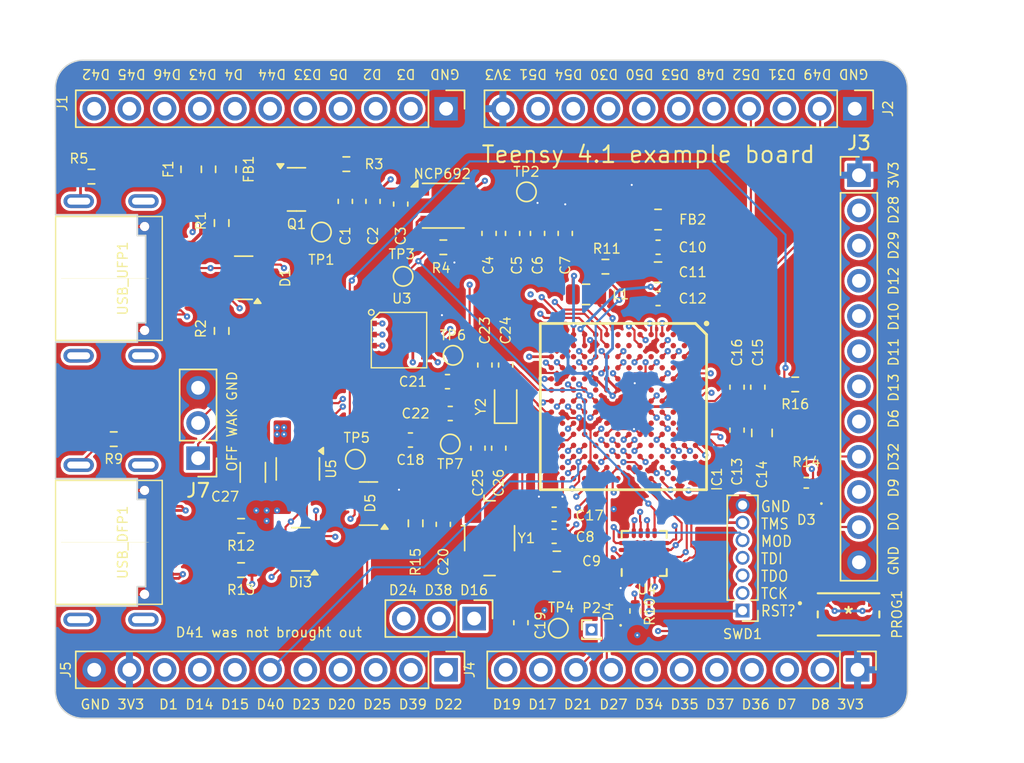
<source format=kicad_pcb>
(kicad_pcb (version 20240108) (generator "pcbnew") (generator_version "8.0")
  (layers (0 "F.Cu" signal) (1 "In1.Cu" signal) (2 "In2.Cu" signal) (31 "B.Cu" signal) (34 "B.Paste" user) (35 "F.Paste" user) (36 "B.SilkS" user "B.Silkscreen") (37 "F.SilkS" user "F.Silkscreen") (38 "B.Mask" user) (39 "F.Mask" user) (44 "Edge.Cuts" user))
  (net 0 "")
  (net 1 "+5V")
  (net 2 "GND")
  (net 3 "+3V3")
  (net 4 "Net-(IC1-VDD_USB_CAP)")
  (net 5 "Net-(IC1-DCDC_IN_1)")
  (net 6 "/SOC_CAP_NET")
  (net 7 "Net-(IC1-VDD_SNVS_CAP)")
  (net 8 "Net-(IC1-XTALO)")
  (net 9 "Net-(IC1-XTALI)")
  (net 10 "Net-(IC1-RTC_XTALI)")
  (net 11 "Net-(IC1-RTC_XTALO)")
  (net 12 "Net-(IC1-VDD_HIGH_CAP)")
  (net 13 "Net-(IC1-NVCC_PLL)")
  (net 14 "+5VD")
  (net 15 "/USB1_DN")
  (net 16 "/USB1_DP")
  (net 17 "Net-(D3-A)")
  (net 18 "Net-(D4-K)")
  (net 19 "Net-(IC1-VDD_SNVS_IN)")
  (net 20 "/USB2_DN")
  (net 21 "/USB2_DP")
  (net 22 "Net-(F1-Pad2)")
  (net 23 "Net-(Q1-D)")
  (net 24 "/D49")
  (net 26 "Net-(IC1-GPIO_SD_B1_07)")
  (net 30 "Net-(IC1-GPIO_SD_B1_11)")
  (net 31 "/D9")
  (net 32 "/D8")
  (net 37 "/D52")
  (net 38 "Net-(IC1-DCDC_LP_1)")
  (net 43 "/D7")
  (net 46 "Net-(IC1-GPIO_SD_B1_10)")
  (net 49 "/D31")
  (net 51 "/D29")
  (net 53 "Net-(IC1-GPIO_SD_B1_06)")
  (net 56 "/D32")
  (net 57 "/D36")
  (net 61 "/D50")
  (net 62 "/D53")
  (net 63 "/D48")
  (net 65 "/D28")
  (net 67 "/D10")
  (net 68 "/D13")
  (net 69 "/D6")
  (net 71 "/D37")
  (net 73 "/D35")
  (net 74 "/D34")
  (net 75 "/D54")
  (net 76 "Net-(IC1-GPIO_AD_B0_04)")
  (net 77 "/D30")
  (net 79 "/D12")
  (net 80 "/D11")
  (net 83 "Net-(IC1-GPIO_EMC_01)")
  (net 84 "/JTAG_TMS")
  (net 85 "/D51")
  (net 86 "/D2")
  (net 90 "/JTAG_TCK")
  (net 91 "/JTAG_MOD")
  (net 92 "/JTAG_TDI")
  (net 97 "/D3")
  (net 98 "/DCDC_PSWITCH")
  (net 99 "/D0")
  (net 100 "/D26_A12")
  (net 101 "/JTAG_TDO")
  (net 103 "/D47")
  (net 104 "/D5")
  (net 105 "/D33")
  (net 106 "/D4")
  (net 108 "/D39_A15")
  (net 109 "/D38_A14")
  (net 110 "/D22_A8")
  (net 112 "/D43")
  (net 113 "/D46")
  (net 114 "/D44")
  (net 115 "/D45")
  (net 116 "/D19_A5")
  (net 117 "/D17_A3")
  (net 118 "/D21_A7")
  (net 119 "/D27_A13")
  (net 120 "/D42")
  (net 122 "/PMIC_ON_REQ_PWR_SEQ")
  (net 123 "/D16_A2")
  (net 124 "/D18_A4")
  (net 125 "/D41_A17")
  (net 126 "/D24_A10")
  (net 129 "Net-(IC1-GPIO_SD_B1_09)")
  (net 130 "/WAKEUP")
  (net 131 "Net-(IC1-GPIO_SD_B1_08)")
  (net 133 "/D14_A0")
  (net 134 "/D40_A16")
  (net 135 "/D20_A6")
  (net 136 "/D25_A11")
  (net 141 "/ONOFF")
  (net 142 "/POR_B")
  (net 143 "/D1")
  (net 144 "/D15_A1")
  (net 145 "/D23_A9")
  (net 151 "Net-(IC1-GPIO_B0_13)")
  (net 153 "Net-(IC1-GPIO_EMC_40)")
  (net 158 "Net-(U4-PTB2{slash}IRQ_7)")
  (net 159 "Net-(Q1-G)")
  (net 160 "Net-(USB_UFP1-CC1)")
  (net 161 "Net-(USB_UFP1-CC2)")
  (net 162 "Net-(USB_UFP1-SHIELD)")
  (net 163 "Net-(USB_DFP1-SHIELD)")
  (net 164 "Net-(U4-PTB3{slash}IRQ_10)")
  (net 165 "Net-(USB_DFP1-CC1)")
  (net 166 "Net-(USB_DFP1-CC2)")
  (net 172 "+5VL")
  (footprint "Connector_PinHeader_2.54mm:PinHeader_1x03_P2.54mm_Vertical" (layer "F.Cu") (at 63.3 103.225 180)
    (property "Reference" "J7")
    (property "Value" "Conn_01x03_Male")
  )
  (footprint "MIMXRT1062DVJ6B:XSON8_4x4mm" (layer "F.Cu") (at 78 94.5)
    (property "Reference" "U3")
    (property "Value" "W25Q64JVXGIM")
  )
  (footprint "Capacitor_SMD:C_0805_2012Metric" (layer "F.Cu") (at 104 101.4 -90)
    (property "Reference" "C14")
    (property "Value" "10uf")
  )
  (footprint "Crystal:Crystal_SMD_Abracon_ABM3B-4Pin_5.0x3.2mm" (layer "F.Cu") (at 84.34 108.9975 -90)
    (property "Reference" "Y1")
    (property "Value" "24MHz")
  )
  (footprint "Resistor_SMD:R_0805_2012Metric" (layer "F.Cu") (at 62.8 82.371392 90)
    (property "Reference" "F1")
    (property "Value" "Fuse")
  )
  (footprint "Capacitor_SMD:C_0603_1608Metric" (layer "F.Cu") (at 77.925 84.8825 -90)
    (property "Reference" "C3")
    (property "Value" "2.2uf")
  )
  (footprint "Capacitor_SMD:C_0603_1608Metric" (layer "F.Cu") (at 81.5 100 180)
    (property "Reference" "C22")
    (property "Value" "9pf")
  )
  (footprint "Capacitor_SMD:C_0603_1608Metric" (layer "F.Cu") (at 87.8 87 -90)
    (property "Reference" "C6")
    (property "Value" "4.7uf")
  )
  (footprint "Capacitor_SMD:C_0603_1608Metric" (layer "F.Cu") (at 78.626634 101.914394 180)
    (property "Reference" "C18")
    (property "Value" "0.22uf")
  )
  (footprint "Capacitor_SMD:C_0603_1608Metric" (layer "F.Cu") (at 85.5 96.5 90)
    (property "Reference" "C24")
    (property "Value" "4.7uf")
  )
  (footprint "TestPoint:TestPoint_Pad_D1.0mm" (layer "F.Cu") (at 81.5 102.2 180)
    (property "Reference" "TP7")
    (property "Value" "TestPoint")
  )
  (footprint "Resistor_SMD:R_0402_1005Metric" (layer "F.Cu") (at 107.2 105 180)
    (property "Reference" "R14")
    (property "Value" "1k")
  )
  (footprint "Package_TO_SOT_SMD:SOT-23" (layer "F.Cu") (at 70.4 83.821392)
    (property "Reference" "Q1")
    (property "Value" "DMP3125L")
  )
  (footprint "Capacitor_SMD:C_0603_1608Metric" (layer "F.Cu") (at 102.2 101.2 -90)
    (property "Reference" "C13")
    (property "Value" "0.22uf")
  )
  (footprint "Capacitor_SMD:C_0603_1608Metric" (layer "F.Cu") (at 75.925 84.6875 -90)
    (property "Reference" "C2")
    (property "Value" "0.22uf")
  )
  (footprint "Connector_PinHeader_2.54mm:PinHeader_1x12_P2.54mm_Vertical" (layer "F.Cu") (at 111 82.8)
    (property "Reference" "J3")
    (property "Value" "Conn_01x12_Male")
  )
  (footprint "Capacitor_SMD:C_0603_1608Metric" (layer "F.Cu") (at 103.7 98.1 90)
    (property "Reference" "C15")
    (property "Value" "4.7uf")
  )
  (footprint "Resistor_SMD:R_0805_2012Metric" (layer "F.Cu") (at 96.5 86 180)
    (property "Reference" "FB2")
    (property "Value" "Ferrite_Bead")
  )
  (footprint "Package_TO_SOT_SMD:SOT-23" (layer "F.Cu") (at 75.6 106.5 180)
    (property "Reference" "D5")
    (property "Value" "BAT54C")
  )
  (footprint "Crystal:Crystal_SMD_2012-2Pin_2.0x1.2mm" (layer "F.Cu") (at 85.5 99.5 90)
    (property "Reference" "Y2")
    (property "Value" "32.768kHz")
  )
  (footprint "Capacitor_SMD:C_0603_1608Metric" (layer "F.Cu") (at 89.8 87 -90)
    (property "Reference" "C7")
    (property "Value" "2.2uf")
  )
  (footprint "Capacitor_SMD:C_0603_1608Metric" (layer "F.Cu") (at 96.5 91.7 180)
    (property "Reference" "C12")
    (property "Value" "4.7uf")
  )
  (footprint "Capacitor_SMD:C_0603_1608Metric" (layer "F.Cu") (at 84 96.5 90)
    (property "Reference" "C23")
    (property "Value" "0.22uf")
  )
  (footprint "Package_TO_SOT_SMD:SOT-23-6" (layer "F.Cu") (at 70.5 104 -90)
    (property "Reference" "U5")
    (property "Value" "TPD3S014DBVR")
  )
  (footprint "Resistor_SMD:R_0603_1608Metric" (layer "F.Cu") (at 92.7 89.4 180)
    (property "Reference" "R11")
    (property "Value" "100k")
  )
  (footprint "Capacitor_SMD:C_0603_1608Metric" (layer "F.Cu") (at 81 108 -90)
    (property "Reference" "C20")
    (property "Value" "10pf")
  )
  (footprint "USB-C-Power-tester:TYPE-C-31-M-14" (layer "F.Cu") (at 55.710182 109.3 -90)
    (property "Reference" "USB_DFP1")
    (property "Value" "USB_C_Receptacle_USB2.0")
    (fp_line (start 4.6 2.7) (end 4.6 -3.2) (stroke (width 0.12)) (layer "Edge.Cuts"))
    (fp_line (start -4.6 -3.2) (end -4.6 2.7) (stroke (width 0.12)) (layer "Edge.Cuts"))
    (fp_line (start -3.1 -3.2) (end -4.6 -3.2) (stroke (width 0.12)) (layer "Edge.Cuts"))
    (fp_line (start 3.2 -3.2) (end 3.2 -3.8) (stroke (width 0.12)) (layer "Edge.Cuts"))
    (fp_line (start 4.6 -3.2) (end 3.2 -3.2) (stroke (width 0.12)) (layer "Edge.Cuts"))
    (fp_line (start -3.1 -3.8) (end -3.1 -3.2) (stroke (width 0.12)) (layer "Edge.Cuts"))
    (fp_line (start 3.2 -3.8) (end -3.1 -3.8) (stroke (width 0.12)) (layer "Edge.Cuts"))
  )
  (footprint "Capacitor_SMD:C_0805_2012Metric" (layer "F.Cu") (at 91.3 91.4)
    (property "Reference" "L1")
    (property "Value" "4.7uH")
  )
  (footprint "Capacitor_SMD:C_0603_1608Metric" (layer "F.Cu") (at 86 87 -90)
    (property "Reference" "C5")
    (property "Value" "10nf")
  )
  (footprint "Capacitor_SMD:C_0603_1608Metric" (layer "F.Cu") (at 89 107.272054 180)
    (property "Reference" "C17")
    (property "Value" "0.22uf")
  )
  (footprint "USB-C-Power-tester:TYPE-C-31-M-14" (layer "F.Cu") (at 55.71481 90.2516 -90)
    (property "Reference" "USB_UFP1")
    (property "Value" "USB_C_Receptacle_USB2.0")
    (fp_line (start 4.6 2.7) (end 4.6 -3.2) (stroke (width 0.12)) (layer "Edge.Cuts"))
    (fp_line (start -4.6 -3.2) (end -4.6 2.7) (stroke (width 0.12)) (layer "Edge.Cuts"))
    (fp_line (start -3.1 -3.2) (end -4.6 -3.2) (stroke (width 0.12)) (layer "Edge.Cuts"))
    (fp_line (start 3.2 -3.2) (end 3.2 -3.8) (stroke (width 0.12)) (layer "Edge.Cuts"))
    (fp_line (start 4.6 -3.2) (end 3.2 -3.2) (stroke (width 0.12)) (layer "Edge.Cuts"))
    (fp_line (start -3.1 -3.8) (end -3.1 -3.2) (stroke (width 0.12)) (layer "Edge.Cuts"))
    (fp_line (start 3.2 -3.8) (end -3.1 -3.8) (stroke (width 0.12)) (layer "Edge.Cuts"))
  )
  (footprint "MIMXRT1062DVJ6B:BGA196C80P14X14_1200X1200X152" (layer "F.Cu") (at 94 99.5 -90)
    (property "Reference" "IC1")
    (property "Value" "MIMXRT1062DVJ6B" (hide yes))
  )
  (footprint "Connector_PinHeader_2.54mm:PinHeader_1x11_P2.54mm_Vertical" (layer "F.Cu") (at 110.9 118.5 -90)
    (property "Reference" "J4")
    (property "Value" "Conn_01x11_Male")
  )
  (footprint "Capacitor_SMD:C_0603_1608Metric" (layer "F.Cu") (at 84.3 87 -90)
    (property "Reference" "C4")
    (property "Value" "0.22uf")
  )
  (footprint "Resistor_SMD:R_0603_1608Metric" (layer "F.Cu") (at 55.6 82.9 180)
    (property "Reference" "R5")
    (property "Value" "1M")
  )
  (footprint "Resistor_SMD:R_0603_1608Metric" (layer "F.Cu") (at 66.400182 111.3 180)
    (property "Reference" "R13")
    (property "Value" "56k")
  )
  (footprint "Capacitor_SMD:C_0603_1608Metric" (layer "F.Cu") (at 96.5 88 180)
    (property "Reference" "C10")
    (property "Value" "0.22uf")
  )
  (footprint "Resistor_SMD:R_0603_1608Metric" (layer "F.Cu") (at 57.210182 101.85 180)
    (property "Reference" "R9")
    (property "Value" "1M")
  )
  (footprint "Resistor_SMD:R_0603_1608Metric" (layer "F.Cu") (at 106.4 97.9 180)
    (property "Reference" "R16")
    (property "Value" "100k")
  )
  (footprint "Capacitor_SMD:C_0603_1608Metric" (layer "F.Cu") (at 83.5 102.5 -90)
    (property "Reference" "C25")
    (property "Value" "0.22uf")
  )
  (footprint "Package_TO_SOT_SMD:SOT-143" (layer "F.Cu") (at 70.710182 109.8 180)
    (property "Reference" "Di3")
    (property "Value" "SP0503BAHT")
  )
  (footprint "Capacitor_SMD:C_0603_1608Metric" (layer "F.Cu") (at 102.2 98.1 90)
    (property "Reference" "C16")
    (property "Value" "10nf")
  )
  (footprint "Connector_PinHeader_1.00mm:PinHeader_1x01_P1.00mm_Vertical" (layer "F.Cu") (at 91.7 115.6)
    (property "Reference" "P2")
    (property "Value" "D26")
  )
  (footprint "Resistor_SMD:R_0603_1608Metric" (layer "F.Cu") (at 65 86.2516 -90)
    (property "Reference" "R1")
    (property "Value" "5.1k")
  )
  (footprint "TestPoint:TestPoint_Pad_D1.0mm" (layer "F.Cu") (at 74.65 103.3 -90)
    (property "Reference" "TP5")
    (property "Value" "TestPoint")
  )
  (footprint "Package_DFN_QFN:QFN-16-1EP_3x3mm_P0.5mm_EP1.8x1.8mm" (layer "F.Cu") (at 95.5 110.1 90)
    (property "Reference" "U4")
    (property "Value" "MKL02Z32VFG4")
  )
  (footprint "Connector_PinHeader_2.54mm:PinHeader_1x03_P2.54mm_Vertical" (layer "F.Cu") (at 83.225 114.8 -90)
    (property "Reference" "J6" (hide yes))
    (property "Value" "Conn_01x03_Male")
  )
  (footprint "TestPoint:TestPoint_Pad_D1.0mm" (layer "F.Cu") (at 87 84)
    (property "Reference" "TP2")
    (property "Value" "TestPoint")
  )
  (footprint "LED_SMD:LED_0402_1005Metric" (layer "F.Cu") (at 107.2 106.5 180)
    (property "Reference" "D3")
    (property "Value" "LED")
  )
  (footprint "Capacitor_SMD:C_0805_2012Metric" (layer "F.Cu") (at 89.194525 110.678131 180)
    (property "Reference" "C9")
    (property "Value" "10uf")
  )
  (footprint "Capacitor_SMD:C_0603_1608Metric" (layer "F.Cu") (at 81.3 97.7 180)
    (property "Reference" "C21")
    (property "Value" "9pf")
  )
  (footprint "Capacitor_SMD:C_0603_1608Metric" (layer "F.Cu") (at 86.6 115.1 -90)
    (property "Reference" "C19")
    (property "Value" "10pf")
  )
  (footprint "Capacitor_SMD:C_1206_3216Metric" (layer "F.Cu") (at 67.25 104.25 90)
    (property "Reference" "C27")
    (property "Value" "100uF")
  )
  (footprint "Package_DFN_QFN:DFN-6-1EP_3x3mm_P0.95mm_EP1.7x2.6mm" (layer "F.Cu") (at 81 85)
    (property "Reference" "NCP692")
    (property "Value" "OnSemi NCP692, fixed version")
  )
  (footprint "TestPoint:TestPoint_Pad_D1.0mm" (layer "F.Cu") (at 78.1 90.1)
    (property "Reference" "TP3")
    (property "Value" "TestPoint")
  )
  (footprint "Capacitor_SMD:C_0805_2012Metric" (layer "F.Cu") (at 96.5 89.8 180)
    (property "Reference" "C11")
    (property "Value" "10uf")
  )
  (footprint "TestPoint:TestPoint_Pad_D1.0mm" (layer "F.Cu") (at 72.2 86.9)
    (property "Reference" "TP1")
    (property "Value" "TestPoint")
  )
  (footprint "Capacitor_SMD:C_0603_1608Metric" (layer "F.Cu") (at 73.925 84.6875 -90)
    (property "Reference" "C1")
    (property "Value" "0.22uf")
  )
  (footprint "Capacitor_SMD:C_0603_1608Metric" (layer "F.Cu") (at 85 102.5 -90)
    (property "Reference" "C26")
    (property "Value" "4.7uf")
  )
  (footprint "Resistor_SMD:R_0603_1608Metric" (layer "F.Cu") (at 74 82 180)
    (property "Reference" "R3")
    (property "Value" "100k")
  )
  (footprint "Resistor_SMD:R_0402_1005Metric" (layer "F.Cu") (at 94.85 114.25 -90)
    (property "Reference" "R10")
    (property "Value" "1k")
  )
  (footprint "Connector_PinHeader_2.54mm:PinHeader_1x11_P2.54mm_Vertical" (layer "F.Cu") (at 81.2 118.5 -90)
    (property "Reference" "J5")
    (property "Value" "Conn_01x11_Male")
  )
  (footprint "Resistor_SMD:R_0603_1608Metric" (layer "F.Cu") (at 65 94.0391 90)
    (property "Reference" "R2")
    (property "Value" "5.1k")
  )
  (footprint "Resistor_SMD:R_0603_1608Metric" (layer "F.Cu") (at 79 107.925 90)
    (property "Reference" "R15")
    (property "Value" "2.2M")
  )
  (footprint "Connector_PinHeader_1.27mm:PinHeader_1x07_P1.27mm_Vertical" (layer "F.Cu") (at 102.601167 114.225 180)
    (property "Reference" "SWD1")
    (property "Value" "SWD")
  )
  (footprint "Package_TO_SOT_SMD:SOT-143" (layer "F.Cu") (at 66.588814 90.2016 180)
    (property "Reference" "D1")
    (property "Value" "SP0503BAHT")
  )
  (footprint "TestPoint:TestPoint_Pad_D1.0mm" (layer "F.Cu") (at 81.7 95.8)
    (property "Reference" "TP6")
    (property "Value" "TestPoint")
  )
  (footprint "Resistor_SMD:R_0805_2012Metric" (layer "F.Cu") (at 65.3 82.371392 -90)
    (property "Reference" "FB1")
    (property "Value" "Ferrite_Bead")
  )
  (footprint "Connector_PinHeader_2.54mm:PinHeader_1x11_P2.54mm_Vertical" (layer "F.Cu") (at 81.2 78 -90)
    (property "Reference" "J1")
    (property "Value" "Conn_01x11_Male")
  )
  (footprint "Connector_PinHeader_2.54mm:PinHeader_1x11_P2.54mm_Vertical" (layer "F.Cu") (at 110.7 78 -90)
    (property "Reference" "J2")
    (property "Value" "Conn_01x11_Male")
  )
  (footprint "TestPoint:TestPoint_Pad_D1.0mm" (layer "F.Cu") (at 89.3 115.5 -90)
    (property "Reference" "TP4")
    (property "Value" "TestPoint")
  )
  (footprint "LED_SMD:LED_0402_1005Metric" (layer "F.Cu") (at 93.8 114.2 90)
    (property "Reference" "D4")
    (property "Value" "LED")
  )
  (footprint "ToyTronics:KMR241GLFS" (layer "F.Cu") (at 110.25 114.5)
    (property "Reference" "PROG1")
    (property "Value" "SW_Push" (hide yes))
  )
  (footprint "Resistor_SMD:R_0603_1608Metric" (layer "F.Cu") (at 66.400182 108.11 180)
    (property "Reference" "R12")
    (property "Value" "56k")
  )
  (footprint "Resistor_SMD:R_0603_1608Metric" (layer "F.Cu") (at 81 88)
    (property "Reference" "R4")
    (property "Value" "100k")
  )
  (footprint "Capacitor_SMD:C_0603_1608Metric" (layer "F.Cu") (at 88.999695 108.862547 180)
    (property "Reference" "C8")
    (property "Value" "0.22uf")
  )
  (gr_arc (start 53 76.5) (mid 53.585786 75.085787) (end 54.999999 74.5) (stroke (width 0.1)) (layer "Edge.Cuts"))
  (gr_arc (start 114.5 120) (mid 113.914214 121.414214) (end 112.5 122) (stroke (width 0.1)) (layer "Edge.Cuts"))
  (gr_arc (start 112.5 74.5) (mid 113.914214 75.085786) (end 114.5 76.5) (stroke (width 0.1)) (layer "Edge.Cuts"))
  (gr_line (start 53.010182 104.7) (end 53.01481 94.8516) (stroke (width 0.1)) (layer "Edge.Cuts"))
  (gr_line (start 114.5 76.5) (end 114.5 120) (stroke (width 0.1)) (layer "Edge.Cuts"))
  (gr_line (start 53.010182 113.9) (end 53 120) (stroke (width 0.1)) (layer "Edge.Cuts"))
  (gr_line (start 112.5 122) (end 55 122) (stroke (width 0.1)) (layer "Edge.Cuts"))
  (gr_arc (start 55 122) (mid 53.585786 121.414214) (end 53 120) (stroke (width 0.1)) (layer "Edge.Cuts"))
  (gr_line (start 53.01481 85.6516) (end 53 76.5) (stroke (width 0.1)) (layer "Edge.Cuts"))
  (gr_line (start 54.999999 74.5) (end 112.5 74.5) (stroke (width 0.1)) (layer "Edge.Cuts"))
  (gr_text "D24 D38 D16" (at 77 112.75 0) (layer "F.SilkS") (effects (font (size 0.7 0.7) (thickness 0.1)) (justify left)))
  (gr_text "GND  D3  D2  D5 D33 D44  D4 D43 D46 D45 D42" (at 82.25 75.5 180) (layer "F.SilkS") (effects (font (size 0.7 0.7) (thickness 0.1)) (justify left)))
  (gr_text "OFF WAK GND" (at 65.75 104.25 90) (layer "F.SilkS") (effects (font (size 0.7 0.7) (thickness 0.1)) (justify left)))
  (gr_text "D19 D17 D21 D27 D34 D35 D37 D36 D7  D8 3V3" (at 84.5 121 0) (layer "F.SilkS") (effects (font (size 0.7 0.7) (thickness 0.1)) (justify left)))
  (gr_text "GND D49 D31 D52 D48 D53 D50 D30 D54 D51 3V3" (at 111.75 75.5 180) (layer "F.SilkS") (effects (font (size 0.7 0.7) (thickness 0.1)) (justify left)))
  (gr_text "Teensy 4.1 example board" (at 95.8 81.3 0) (layer "F.SilkS") (effects (font (size 1.2 1.2))))
  (gr_text "GND 3V3  D1 D14 D15 D40 D23 D20 D25 D39 D22" (at 54.75 121 0) (layer "F.SilkS") (effects (font (size 0.7 0.7) (thickness 0.1)) (justify left)))
  (gr_text "D41 was not brought out" (at 68.4 115.8 0) (layer "F.SilkS") (effects (font (size 0.7 0.7) (thickness 0.1))))
  (gr_text "GND\nTMS\nMOD\nTDI\nTDO\nTCK\nRST?" (at 103.865673 110.484226 0) (layer "F.SilkS") (effects (font (size 0.78 0.7) (thickness 0.1)) (justify left)))
  (gr_text "GND  D0  D9 D32  D6 D13 D11 D10 D12 D29 D28 3V3" (at 113.5 111.75 90) (layer "F.SilkS") (effects (font (size 0.7 0.7) (thickness 0.1)) (justify left)))
  (segment (start 83.3 96.5) (end 82.9 96.1) (width 0.155) (layer "F.Cu") (net 1))
  (segment (start 82.88826 84.05) (end 82.34 84.05) (width 0.2) (layer "F.Cu") (net 1))
  (segment (start 82.9 90.9) (end 82.9 90.7) (width 0.155) (layer "F.Cu") (net 1))
  (segment (start 87.8245 98.3) (end 86.6 97.0755) (width 0.155) (layer "F.Cu") (net 1))
  (segment (start 86 96.5) (end 83.3 96.5) (width 0.155) (layer "F.Cu") (net 1))
  (segment (start 77.621392 83.821392) (end 77.9 84.1) (width 0.25) (layer "F.Cu") (net 1))
  (segment (start 71.4 83.821392) (end 77.621392 83.821392) (width 0.25) (layer "F.Cu") (net 1))
  (segment (start 86.5755 97.0755) (end 86 96.5) (width 0.155) (layer "F.Cu") (net 1))
  (segment (start 76.4 83.9) (end 77.2 83.1) (width 0.2) (layer "F.Cu") (net 1))
  (segment (start 71.4 83.821392) (end 71.4 86.1) (width 0.25) (layer "F.Cu") (net 1))
  (segment (start 77.925 84.095) (end 79.695 84.095) (width 0.25) (layer "F.Cu") (net 1))
  (segment (start 89.6 98.3) (end 88.8 98.3) (width 0.155) (layer "F.Cu") (net 1))
  (segment (start 84 83.2) (end 82.88826 84.05) (width 0.2) (layer "F.Cu") (net 1))
  (segment (start 75.925 83.9) (end 76.4 83.9) (width 0.2) (layer "F.Cu") (net 1))
  (segment (start 71.4 86.1) (end 72.2 86.9) (width 0.25) (layer "F.Cu") (net 1))
  (segment (start 88.8 98.3) (end 87.8245 98.3) (width 0.155) (layer "F.Cu") (net 1))
  (segment (start 82.9 96.1) (end 82.9 90.9) (width 0.155) (layer "F.Cu") (net 1))
  (segment (start 86.6 97.0755) (end 86.5755 97.0755) (width 0.155) (layer "F.Cu") (net 1))
  (via (at 77.2 83.1) (size 0.45) (drill 0.15) (layers "F.Cu" "B.Cu") (net 1))
  (via (at 84 83.2) (size 0.45) (drill 0.15) (layers "F.Cu" "B.Cu") (net 1))
  (via (at 82.9 90.7) (size 0.45) (drill 0.15) (layers "F.Cu" "B.Cu") (net 1))
  (segment (start 88.8 106.7) (end 88.8 104.7) (width 0.155) (layer "F.Cu") (net 2))
  (segment (start 79.66 85) (end 78.5 85) (width 0.155) (layer "F.Cu") (net 2))
  (segment (start 89.6 97.5) (end 89.174011 97.074011) (width 0.155) (layer "F.Cu") (net 2))
  (segment (start 90.825989 100.325989) (end 90.8 100.3) (width 0.155) (layer "F.Cu") (net 2))
  (segment (start 90.825989 100.325989) (end 91.2 100.7) (width 0.155) (layer "F.Cu") (net 2))
  (segment (start 92 95.1) (end 91.6 94.7) (width 0.2) (layer "F.Cu") (net 2))
  (segment (start 96.374011 94.725989) (end 96.374011 92.674011) (width 0.155) (layer "F.Cu") (net 2))
  (segment (start 98.8 97.9) (end 100.3 97.9) (width 0.155) (layer "F.Cu") (net 2))
  (segment (start 95.25 110.35) (end 95.4 110.2) (width 0.2) (layer "F.Cu") (net 2))
  (segment (start 95.41952 115.58048) (end 95 116) (width 0.2) (layer "F.Cu") (net 2))
  (segment (start 101.303489 101.103489) (end 102.2 102) (width 0.155) (layer "F.Cu") (net 2))
  (segment (start 87.474011 97.074011) (end 86.1 95.7) (width 0.155) (layer "F.Cu") (net 2))
  (segment (start 88.257025 114.157025) (end 88.3 114.2) (width 0.155) (layer "F.Cu") (net 2))
  (segment (start 89.6 99.9) (end 90.025989 100.325989) (width 0.155) (layer "F.Cu") (net 2))
  (segment (start 90.025989 100.325989) (end 90.825989 100.325989) (width 0.155) (layer "F.Cu") (net 2))
  (segment (start 89.174011 97.074011) (end 87.474011 97.074011) (width 0.155) (layer "F.Cu") (net 2))
  (segment (start 88.2125 107.272054) (end 88.227946 107.272054) (width 0.155) (layer "F.Cu") (net 2))
  (segment (start 98.4 97.5) (end 98.8 97.9) (width 0.155) (layer "F.Cu") (net 2))
  (segment (start 88.257025 110.678131) (end 88.257025 114.157025) (width 0.155) (layer "F.Cu") (net 2))
  (segment (start 98.4 101.5) (end 98.796511 101.103489) (width 0.155) (layer "F.Cu") (net 2))
  (segment (start 96 95.1) (end 96.374011 94.725989) (width 0.155) (layer "F.Cu") (net 2))
  (segment (start 95.25 111.575) (end 95.25 113.279442) (width 0.2) (layer "F.Cu") (net 2))
  (segment (start 91.6 94.7) (end 91.598 94.7) (width 0.2) (layer "F.Cu") (net 2))
  (segment (start 78.5 85) (end 77.9 85.6) (width 0.155) (layer "F.Cu") (net 2))
  (segment (start 95.25 113.279442) (end 95.41952 113.448962) (width 0.2) (layer "F.Cu") (net 2))
  (segment (start 92 103.9) (end 91.625989 103.525989) (width 0.155) (layer "F.Cu") (net 2))
  (segment (start 100.8875 97.3125) (end 100.3 97.9) (width 0.155) (layer "F.Cu") (net 2))
  (segment (start 95.41952 113.448962) (end 95.41952 115.58048) (width 0.2) (layer "F.Cu") (net 2))
  (segment (start 91.625989 103.525989) (end 91.625989 101.074011) (width 0.155) (layer "F.Cu") (net 2))
  (segment (start 95.25 111.575) (end 95.25 110.35) (width 0.2) (layer "F.Cu") (net 2))
  (segment (start 86.6 115.8875) (end 86.6125 115.8875) (width 0.155) (layer "F.Cu") (net 2))
  (segment (start 71.810182 110.57) (end 71.67 110.57) (width 0.15) (layer "F.Cu") (net 2))
  (segment (start 98.796511 101.103489) (end 101.303489 101.103489) (width 0.155) (layer "F.Cu") (net 2))
  (segment (start 91.625989 101.074011) (end 92 100.7) (width 0.155) (layer "F.Cu") (net 2))
  (segment (start 103.5875 101.9875) (end 104 102.4) (width 0.2) (layer "F.Cu") (net 2))
  (segment (start 86.1 95.7) (end 85.5 95.7) (width 0.155) (layer "F.Cu") (net 2))
  (segment (start 94.382026 105.817974) (end 93.3 106.9) (width 0.155) (layer "F.Cu") (net 2))
  (segment (start 102.2 101.9875) (end 103.5875 101.9875) (width 0.2) (layer "F.Cu") (net 2))
  (segment (start 102.2 97.3125) (end 100.8875 97.3125) (width 0.155) (layer "F.Cu") (net 2))
  (segment (start 94.4 105.817974) (end 94.382026 105.817974) (width 0.155) (layer "F.Cu") (net 2))
  (segment (start 96.374011 92.674011) (end 95.7 92) (width 0.155) (layer "F.Cu") (net 2))
  (segment (start 94.4 104.7) (end 94.4 105.817974) (width 0.155) (layer "F.Cu") (net 2))
  (segment (start 88.227946 107.272054) (end 88.8 106.7) (width 0.155) (layer "F.Cu") (net 2))
  (segment (start 86.6125 115.8875) (end 88.3 114.2) (width 0.155) (layer "F.Cu") (net 2))
  (segment (start 96 103.9) (end 96.4 104.3) (width 0.2) (layer "F.Cu") (net 2))
  (via (at 90.8 100.3) (size 0.45) (drill 0.15) (layers "F.Cu" "B.Cu") (net 2))
  (via (at 96.4 104.3) (size 0.45) (drill 0.15) (layers "F.Cu" "B.Cu") (net 2))
  (via (at 95 116) (size 0.45) (drill 0.15) (layers "F.Cu" "B.Cu") (net 2))
  (via (at 91.598 94.7) (size 0.45) (drill 0.15) (layers "F.Cu" "B.Cu") (net 2))
  (via (at 93.3 106.9) (size 0.45) (drill 0.15) (layers "F.Cu" "B.Cu") (net 2))
  (via (at 88.3 114.2) (size 0.45) (drill 0.15) (layers "F.Cu" "B.Cu") (net 2))
  (segment (start 86 86.2125) (end 84.3125 86.2125) (width 0.25) (layer "F.Cu") (net 3))
  (segment (start 89.8 86.2125) (end 89.8 84.9) (width 0.2) (layer "F.Cu") (net 3))
  (segment (start 84.3125 86.2125) (end 84 85.9) (width 0.2) (layer "F.Cu") (net 3))
  (segment (start 94 112.4) (end 94.5 112.4) (width 0.155) (layer "F.Cu") (net 3))
  (segment (start 81.7875 88) (end 81.7875 89.0875) (width 0.25) (layer "F.Cu") (net 3))
  (segment (start 95.2 101.5) (end 96 100.7) (width 0.155) (layer "F.Cu") (net 3))
  (segment (start 95.5625 84.4625) (end 94.6 83.5) (width 0.155) (layer "F.Cu") (net 3))
  (segment (start 87.7875 86.2125) (end 89.7875 86.2125) (width 0.25) (layer "F.Cu") (net 3))
  (segment (start 94.5 112.4) (end 94.75 112.15) (width 0.155) (layer "F.Cu") (net 3))
  (segment (start 95.2 101.5) (end 94.8245 101.1245) (width 0.155) (layer "F.Cu") (net 3))
  (segment (start 89.6 104.7) (end 89.6 106) (width 0.2) (layer "F.Cu") (net 3))
  (segment (start 76.6 105.55) (end 77.75 105.55) (width 0.155) (layer "F.Cu") (net 3))
  (segment (start 87.9 106) (end 87.9 104.271067) (width 0.155) (layer "F.Cu") (net 3))
  (segment (start 84.05 85.95) (end 83.1 85) (width 0.25) (layer "F.Cu") (net 3))
  (segment (start 95.2 97.5) (end 95.130104 97.5) (width 0.2) (layer "F.Cu") (net 3))
  (segment (start 93.8 112.6) (end 94 112.4) (width 0.155) (layer "F.Cu") (net 3))
  (segment (start 93.8 113.715) (end 93.8 112.6) (width 0.155) (layer "F.Cu") (net 3))
  (segment (start 88.8 103.371067) (end 88.8 103.1) (width 0.155) (layer "F.Cu") (net 3))
  (segment (start 84.3 86.2125) (end 84.3 86.2) (width 0.2) (layer "F.Cu") (net 3))
  (segment (start 87.9 104.271067) (end 88.8 103.371067) (width 0.155) (layer "F.Cu") (net 3))
  (segment (start 81.7875 89.0875) (end 81.8 89.1) (width 0.25) (layer "F.Cu") (net 3))
  (segment (start 87.8 86.2125) (end 87.8 84.8) (width 0.2) (layer "F.Cu") (net 3))
  (segment (start 94.75 112.15) (end 94.75 111.575) (width 0.155) (layer "F.Cu") (net 3))
  (segment (start 92 96.7) (end 91.6 97.1) (width 0.2) (layer "F.Cu") (net 3))
  (segment (start 84.3 86.2) (end 84.05 85.95) (width 0.2) (layer "F.Cu") (net 3))
  (segment (start 80.3 93.5) (end 80.9 92.9) (width 0.2) (layer "F.Cu") (net 3))
  (segment (start 89.7875 106.1875) (end 89.6 106) (width 0.155) (layer "F.Cu") (net 3))
  (segment (start 93.1755 101.1245) (end 94.762669 101.1245) (width 0.155) (layer "F.Cu") (net 3))
  (segment (start 96 98.3) (end 95.2 97.5) (width 0.2) (layer "F.Cu") (net 3))
  (segment (start 83.1 85) (end 82.3 85) (width 0.25) (layer "F.Cu") (net 3))
  (segment (start 92 97.5) (end 92.8 98.3) (width 0.2) (layer "F.Cu") (net 3))
  (segment (start 95.5625 86) (end 95.5625 84.4625) (width 0.155) (layer "F.Cu") (net 3))
  (segment (start 94.8245 101.1245) (end 94.762669 101.1245) (width 0.155) (layer "F.Cu") (net 3))
  (segment (start 89.7875 107.272054) (end 89.7875 106.1875) (width 0.155) (layer "F.Cu") (net 3))
  (segment (start 95.130104 97.5) (end 94.817202 97.812902) (width 0.2) (layer "F.Cu") (net 3))
  (segment (start 82.34 85.95) (end 84.05 85.95) (width 0.25) (layer "F.Cu") (net 3))
  (segment (start 86 86.2125) (end 87.7875 86.2125) (width 0.25) (layer "F.Cu") (net 3))
  (segment (start 79.8 93.5) (end 80.3 93.5) (width 0.2) (layer "F.Cu") (net 3))
  (segment (start 92.8 101.5) (end 93.1755 101.1245) (width 0.155) (layer "F.Cu") (net 3))
  (segment (start 77.75 105.55) (end 77.8 105.5) (width 0.155) (layer "F.Cu") (net 3))
  (segment (start 87.8 84.8) (end 87 84) (width 0.2) (layer "F.Cu") (net 3))
  (segment (start 92 97.5) (end 91.6 97.1) (width 0.2) (layer "F.Cu") (net 3))
  (segment (start 91.6 97.1) (end 91.598 97.1) (width 0.2) (layer "F.Cu") (net 3))
  (via (at 94.6 83.5) (size 0.45) (drill 0.15) (layers "F.Cu" "B.Cu") (net 3))
  (via (at 77.8 105.5) (size 0.45) (drill 0.15) (layers "F.Cu" "B.Cu") (net 3))
  (via (at 94.762669 101.1245) (size 0.45) (drill 0.15) (layers "F.Cu" "B.Cu") (net 3))
  (via (at 87.9 106) (size 0.45) (drill 0.15) (layers "F.Cu" "B.Cu") (net 3))
  (via (at 81.8 89.1) (size 0.45) (drill 0.15) (layers "F.Cu" "B.Cu") (net 3))
  (via (at 87.8 84.8) (size 0.45) (drill 0.15) (layers "F.Cu" "B.Cu") (net 3))
  (via (at 94.817202 97.812902) (size 0.45) (drill 0.15) (layers "F.Cu" "B.Cu") (net 3))
  (via (at 89.6 106) (size 0.45) (drill 0.15) (layers "F.Cu" "B.Cu") (net 3))
  (via (at 91.598 97.1) (size 0.45) (drill 0.15) (layers "F.Cu" "B.Cu") (net 3))
  (via (at 80.9 92.9) (size 0.45) (drill 0.15) (layers "F.Cu" "B.Cu") (net 3))
  (via (at 89.8 84.9) (size 0.45) (drill 0.15) (layers "F.Cu" "B.Cu") (net 3))
  (via (at 93.8 112.6) (size 0.45) (drill 0.15) (layers "F.Cu" "B.Cu") (net 3))
  (segment (start 91.598 97.1) (end 90.600336 97.1) (width 0.2) (layer "B.Cu") (net 3))
  (segment (start 90.600336 97.1) (end 90 96.499664) (width 0.2) (layer "B.Cu") (net 3))
  (segment (start 90 96.499664) (end 90 95.7) (width 0.2) (layer "B.Cu") (net 3))
  (segment (start 75.5 114.5) (end 75.5 108.6) (width 0.155) (layer "F.Cu") (net 4))
  (segment (start 89.787195 108.862547) (end 89.787195 108.812805) (width 0.155) (layer "F.Cu") (net 4))
  (segment (start 89.7 116) (end 89.7 111.2) (width 0.155) (layer "F.Cu") (net 4))
  (segment (start 89.787195 108.862547) (end 89.787195 109.687195) (width 0.155) (layer "F.Cu") (net 4))
  (segment (start 89.7 116) (end 89.7 115.9) (width 0.155) (layer "F.Cu") (net 4))
  (segment (start 89.7 116) (end 88.9 116.8) (width 0.155) (layer "F.Cu") (net 4))
  (segment (start 88.9 116.8) (end 77.8 116.8) (width 0.155) (layer "F.Cu") (net 4))
  (segment (start 89.787195 108.812805) (end 90.6 108) (width 0.155) (layer "F.Cu") (net 4))
  (segment (start 91.604001 100.295999) (end 91.604001 100.3) (width 0.155) (layer "F.Cu") (net 4))
  (segment (start 89.7 111.2) (end 90.1 110.8) (width 0.155) (layer "F.Cu") (net 4))
  (segment (start 75.5 108.6) (end 76.6 107.5) (width 0.155) (layer "F.Cu") (net 4))
  (segment (start 89.7 115.9) (end 89.3 115.5) (width 0.155) (layer "F.Cu") (net 4))
  (segment (start 77.8 116.8) (end 75.5 114.5) (width 0.155) (layer "F.Cu") (net 4))
  (segment (start 89.787195 109.687195) (end 90.132025 110.032025) (width 0.155) (layer "F.Cu") (net 4))
  (segment (start 92 99.9) (end 91.604001 100.295999) (width 0.155) (layer "F.Cu") (net 4))
  (segment (start 90.132025 110.032025) (end 90.132025 110.678131) (width 0.155) (layer "F.Cu") (net 4))
  (via (at 91.604001 100.3) (size 0.45) (drill 0.15) (layers "F.Cu" "B.Cu") (net 4))
  (via (at 90.6 108) (size 0.45) (drill 0.15) (layers "F.Cu" "B.Cu") (net 4))
  (segment (start 91.2 95.1) (end 91.173499 95.073499) (width 0.2) (layer "F.Cu") (net 5))
  (segment (start 96.371757 91.065743) (end 97.4375 90) (width 0.2) (layer "F.Cu") (net 5))
  (segment (start 91.173499 94.326501) (end 91.2 94.3) (width 0.2) (layer "F.Cu") (net 5))
  (segment (start 97.2875 88) (end 97.2875 86.1125) (width 0.155) (layer "F.Cu") (net 5))
  (segment (start 97.2875 88) (end 97.2875 89.8875) (width 0.155) (layer "F.Cu") (net 5))
  (segment (start 91.2 94.2) (end 90.9 93.9) (width 0.2) (layer "F.Cu") (net 5))
  (segment (start 91.173499 95.073499) (end 91.173499 94.326501) (width 0.2) (layer "F.Cu") (net 5))
  (segment (start 97.2875 86.1125) (end 97.4 86) (width 0.155) (layer "F.Cu") (net 5))
  (segment (start 96.353243 91.065743) (end 97.2875 92) (width 0.2) (layer "F.Cu") (net 5))
  (segment (start 95.966525 90.854346) (end 96.353243 91.065743) (width 0.2) (layer "F.Cu") (net 5))
  (segment (start 91.2 94.3) (end 91.2 94.2) (width 0.2) (layer "F.Cu") (net 5))
  (segment (start 97.2875 89.8875) (end 97.5 90.1) (width 0.155) (layer "F.Cu") (net 5))
  (segment (start 95.966525 90.854346) (end 96.371757 91.065743) (width 0.2) (layer "F.Cu") (net 5))
  (via (at 90.9 93.9) (size 0.45) (drill 0.15) (layers "F.Cu" "B.Cu") (net 5))
  (via (at 95.966525 90.854346) (size 0.45) (drill 0.15) (layers "F.Cu" "B.Cu") (net 5))
  (segment (start 95.966525 90.854346) (end 93.734257 91.065743) (width 0.2) (layer "B.Cu") (net 5))
  (segment (start 93.734257 91.065743) (end 90.9 93.9) (width 0.2) (layer "B.Cu") (net 5))
  (segment (start 95.6 99.5) (end 101.1 99.5) (width 0.2) (layer "F.Cu") (net 6))
  (segment (start 93.6 98.3) (end 94.4 98.3) (width 0.2) (layer "F.Cu") (net 6))
  (segment (start 93.6 98.3) (end 93.224502 98.675498) (width 0.2) (layer "F.Cu") (net 6))
  (segment (start 95.2 99.9) (end 95.6 99.5) (width 0.2) (layer "F.Cu") (net 6))
  (segment (start 94.4 100.7) (end 95.2 99.9) (width 0.2) (layer "F.Cu") (net 6))
  (segment (start 95.2 98.3) (end 95.2 99.1) (width 0.2) (layer "F.Cu") (net 6))
  (segment (start 95.2 99.1) (end 95.2 99.9) (width 0.2) (layer "F.Cu") (net 6))
  (segment (start 93.224502 98.675498) (end 93.224502 98.722463) (width 0.2) (layer "F.Cu") (net 6))
  (segment (start 101.1 99.5) (end 101.7 98.9) (width 0.2) (layer "F.Cu") (net 6))
  (segment (start 95.2 99.1) (end 94.4 98.3) (width 0.2) (layer "F.Cu") (net 6))
  (segment (start 92.2375 91.4) (end 92.2375 92.142879) (width 0.2) (layer "F.Cu") (net 6))
  (segment (start 94.4 100.7) (end 93.6 100.7) (width 0.2) (layer "F.Cu") (net 6))
  (segment (start 95.2 100.7) (end 94.4 100.7) (width 0.2) (layer "F.Cu") (net 6))
  (segment (start 102.2 100.4125) (end 102.0125 100.4125) (width 0.2) (layer "F.Cu") (net 6))
  (segment (start 92.8 97.5) (end 93.6 98.3) (width 0.2) (layer "F.Cu") (net 6))
  (segment (start 102.0125 100.4125) (end 101.1 99.5) (width 0.2) (layer "F.Cu") (net 6))
  (segment (start 102.2 98.8875) (end 103.6875 98.8875) (width 0.2) (layer "F.Cu") (net 6))
  (segment (start 95.2 99.9) (end 95.2 100.7) (width 0.2) (layer "F.Cu") (net 6))
  (segment (start 93.6 100.7) (end 92.8 100.7) (width 0.2) (layer "F.Cu") (net 6))
  (segment (start 95.2 99.1) (end 95.6 99.5) (width 0.2) (layer "F.Cu") (net 6))
  (segment (start 92.2375 92.142879) (end 93.216449 93.121828) (width 0.2) (layer "F.Cu") (net 6))
  (segment (start 94.4 98.3) (end 95.2 98.3) (width 0.2) (layer "F.Cu") (net 6))
  (segment (start 102.2 100.4125) (end 103.9875 100.4125) (width 0.2) (layer "F.Cu") (net 6))
  (segment (start 101.7 98.9) (end 102.2 98.9) (width 0.2) (layer "F.Cu") (net 6))
  (via (at 93.216449 93.121828) (size 0.45) (drill 0.15) (layers "F.Cu" "B.Cu") (net 6))
  (via (at 93.224502 98.722463) (size 0.45) (drill 0.15) (layers "F.Cu" "B.Cu") (net 6))
  (segment (start 93.216449 95.303559) (end 93.216449 93.121828) (width 0.2) (layer "B.Cu") (net 6))
  (segment (start 92.826501 96.924165) (end 92.775499 96.873163) (width 0.2) (layer "B.Cu") (net 6))
  (segment (start 92.775499 98.27346) (end 92.775499 97.326837) (width 0.2) (layer "B.Cu") (net 6))
  (segment (start 92.775499 97.326837) (end 92.826501 97.275835) (width 0.2) (layer "B.Cu") (net 6))
  (segment (start 93.224502 98.722463) (end 92.775499 98.27346) (width 0.2) (layer "B.Cu") (net 6))
  (segment (start 92.775499 95.744509) (end 93.216449 95.303559) (width 0.2) (layer "B.Cu") (net 6))
  (segment (start 92.775499 96.873163) (end 92.775499 95.744509) (width 0.2) (layer "B.Cu") (net 6))
  (segment (start 92.826501 97.275835) (end 92.826501 96.924165) (width 0.2) (layer "B.Cu") (net 6))
  (segment (start 76.3 102.8) (end 78.6 102.8) (width 0.2) (layer "F.Cu") (net 7))
  (segment (start 90.4 101.5) (end 89.974011 101.925989) (width 0.155) (layer "F.Cu") (net 7))
  (segment (start 86.174011 101.925989) (end 85.6 102.5) (width 0.155) (layer "F.Cu") (net 7))
  (segment (start 74.5 103.5) (end 75.6 103.5) (width 0.155) (layer "F.Cu") (net 7))
  (segment (start 78.6 102.8) (end 79.4 102) (width 0.2) (layer "F.Cu") (net 7))
  (segment (start 82.8 102.5) (end 82.3 103) (width 0.155) (layer "F.Cu") (net 7))
  (segment (start 79.4 102) (end 79.4 101.9) (width 0.2) (layer "F.Cu") (net 7))
  (segment (start 80.5 103) (end 79.4 101.9) (width 0.155) (layer "F.Cu") (net 7))
  (segment (start 82.3 103) (end 80.5 103) (width 0.155) (layer "F.Cu") (net 7))
  (segment (start 75.6 103.5) (end 76.3 102.8) (width 0.155) (layer "F.Cu") (net 7))
  (segment (start 89.974011 101.925989) (end 86.174011 101.925989) (width 0.155) (layer "F.Cu") (net 7))
  (segment (start 85.6 102.5) (end 82.8 102.5) (width 0.155) (layer "F.Cu") (net 7))
  (segment (start 89.2 102.7) (end 88.3 102.7) (width 0.15) (layer "F.Cu") (net 8))
  (segment (start 86.7 104.3) (end 88.3 102.7) (width 0.15) (layer "F.Cu") (net 8))
  (segment (start 86.7 109.5) (end 85.5 110.7) (width 0.15) (layer "F.Cu") (net 8))
  (segment (start 86.7 104.3) (end 86.7 109.5) (width 0.15) (layer "F.Cu") (net 8))
  (segment (start 89.2 102.7) (end 89.6 102.3) (width 0.15) (layer "F.Cu") (net 8))
  (segment (start 86.6 114.3125) (end 85.4 113.1125) (width 0.155) (layer "F.Cu") (net 8))
  (segment (start 85.4 113.1125) (end 85.4 110.7) (width 0.155) (layer "F.Cu") (net 8))
  (segment (start 81 107.2125) (end 83.2875 107.2125) (width 0.15) (layer "F.Cu") (net 9))
  (segment (start 83.198084 106.801916) (end 83.198084 107.280648) (width 0.15) (layer "F.Cu") (net 9))
  (segment (start 88.8 102.3) (end 87.7 102.3) (width 0.15) (layer "F.Cu") (net 9))
  (segment (start 79 107.1375) (end 81.0375 107.1375) (width 0.15) (layer "F.Cu") (net 9))
  (segment (start 87.7 102.3) (end 83.198084 106.801916) (width 0.15) (layer "F.Cu") (net 9))
  (segment (start 88.3 100.3) (end 86.8 98.8) (width 0.155) (layer "F.Cu") (net 10))
  (segment (start 82.0875 97.7) (end 82.5 97.7) (width 0.155) (layer "F.Cu") (net 10))
  (segment (start 86.8 98.8) (end 85.5 98.8) (width 0.155) (layer "F.Cu") (net 10))
  (segment (start 82.5 97.7) (end 83.4 98.6) (width 0.155) (layer "F.Cu") (net 10))
  (segment (start 89.2 100.3) (end 88.3 100.3) (width 0.155) (layer "F.Cu") (net 10))
  (segment (start 89.6 100.7) (end 89.2 100.3) (width 0.155) (layer "F.Cu") (net 10))
  (segment (start 83.8 98.6) (end 84 98.8) (width 0.155) (layer "F.Cu") (net 10))
  (segment (start 84 98.8) (end 85.5 98.8) (width 0.155) (layer "F.Cu") (net 10))
  (segment (start 83.4 98.6) (end 83.8 98.6) (width 0.155) (layer "F.Cu") (net 10))
  (segment (start 85.5 100.2) (end 84 100.2) (width 0.155) (layer "F.Cu") (net 11))
  (segment (start 85.5 100.2) (end 87.6 100.2) (width 0.155) (layer "F.Cu") (net 11))
  (segment (start 83.8 100) (end 84 100.2) (width 0.155) (layer "F.Cu") (net 11))
  (segment (start 88.8 100.7) (end 88.1 100.7) (width 0.155) (layer "F.Cu") (net 11))
  (segment (start 88.1 100.7) (end 87.6 100.2) (width 0.155) (layer "F.Cu") (net 11))
  (segment (start 82.2875 100) (end 83.8 100) (width 0.155) (layer "F.Cu") (net 11))
  (segment (start 88.104001 99.604001) (end 88.033485 99.604001) (width 0.155) (layer "F.Cu") (net 12))
  (segment (start 84.0125 97.2875) (end 84 97.3) (width 0.155) (layer "F.Cu") (net 12))
  (segment (start 88.033485 99.604001) (end 87.797999 99.368515) (width 0.155) (layer "F.Cu") (net 12))
  (segment (start 87.797999 99.297999) (end 85.8 97.3) (width 0.155) (layer "F.Cu") (net 12))
  (segment (start 85.5 97.2875) (end 84.0125 97.2875) (width 0.155) (layer "F.Cu") (net 12))
  (segment (start 85.8 97.3) (end 85.5 97.3) (width 0.155) (layer "F.Cu") (net 12))
  (segment (start 87.797999 99.368515) (end 87.797999 99.297999) (width 0.155) (layer "F.Cu") (net 12))
  (segment (start 83.467011 96.754511) (end 82.654511 96.754511) (width 0.155) (layer "F.Cu") (net 12))
  (segment (start 88.8 99.9) (end 88.4 99.9) (width 0.155) (layer "F.Cu") (net 12))
  (segment (start 88.4 99.9) (end 88.104001 99.604001) (width 0.155) (layer "F.Cu") (net 12))
  (segment (start 82.654511 96.754511) (end 81.7 95.8) (width 0.155) (layer "F.Cu") (net 12))
  (segment (start 84 97.2875) (end 83.467011 96.754511) (width 0.155) (layer "F.Cu") (net 12))
  (segment (start 85 101.7125) (end 83.5125 101.7125) (width 0.155) (layer "F.Cu") (net 13))
  (segment (start 83.5125 101.7125) (end 83.5 101.7) (width 0.155) (layer "F.Cu") (net 13))
  (segment (start 86.1 101.5) (end 88.8 101.5) (width 0.155) (layer "F.Cu") (net 13))
  (segment (start 81.9875 101.7125) (end 81.5 102.2) (width 0.155) (layer "F.Cu") (net 13))
  (segment (start 83.5 101.7125) (end 81.9875 101.7125) (width 0.155) (layer "F.Cu") (net 13))
  (segment (start 85.8875 101.7125) (end 86.1 101.5) (width 0.155) (layer "F.Cu") (net 13))
  (segment (start 85 101.7125) (end 85.8875 101.7125) (width 0.155) (layer "F.Cu") (net 13))
  (segment (start 69.2516 89.2516) (end 69.5 89.5) (width 0.155) (layer "F.Cu") (net 14))
  (segment (start 60.81481 92.5516) (end 62.0516 92.5516) (width 0.155) (layer "F.Cu") (net 14))
  (segment (start 60.81481 87.6516) (end 62.8484 87.6516) (width 0.25) (layer "F.Cu") (net 14))
  (segment (start 62.3516 92.8516) (end 62.5 93) (width 0.155) (layer "F.Cu") (net 14))
  (segment (start 63.5 87) (end 63.5 83.9) (width 0.25) (layer "F.Cu") (net 14))
  (segment (start 62.5484 87.9516) (end 63 87.5) (width 0.25) (layer "F.Cu") (net 14))
  (segment (start 69.55 101.05) (end 69.5 101) (width 0.155) (layer "F.Cu") (net 14))
  (segment (start 63 84.5) (end 63 86.8) (width 0.25) (layer "F.Cu") (net 14))
  (segment (start 62.8484 87.6516) (end 63 87.5) (width 0.25) (layer "F.Cu") (net 14))
  (segment (start 62.8 84.3) (end 63 84.5) (width 0.25) (layer "F.Cu") (net 14))
  (segment (start 63 86.8) (end 62.9 86.9) (width 0.25) (layer "F.Cu") (net 14))
  (segment (start 60.81481 92.8516) (end 62.3516 92.8516) (width 0.155) (layer "F.Cu") (net 14))
  (segment (start 62.0516 92.5516) (end 62.5 93) (width 0.155) (layer "F.Cu") (net 14))
  (segment (start 63.5 83.9) (end 62.9 83.3) (width 0.25) (layer "F.Cu") (net 14))
  (segment (start 60.81481 87.9516) (end 62.5484 87.9516) (width 0.25) (layer "F.Cu") (net 14))
  (segment (start 62.8 83.308892) (end 62.8 84.3) (width 0.25) (layer "F.Cu") (net 14))
  (segment (start 67.688814 89.2516) (end 69.2516 89.2516) (width 0.155) (layer "F.Cu") (net 14))
  (segment (start 63 87.5) (end 63.5 87) (width 0.25) (layer "F.Cu") (net 14))
  (via (at 69.5 101) (size 0.45) (drill 0.15) (layers "F.Cu" "B.Cu") (net 14))
  (via (at 62.9 86.9) (size 0.45) (drill 0.15) (layers "F.Cu" "B.Cu") (net 14))
  (via (at 69 101) (size 0.45) (drill 0.15) (layers "F.Cu" "B.Cu") (net 14))
  (via (at 62.5 93) (size 0.45) (drill 0.15) (layers "F.Cu" "B.Cu") (net 14))
  (via (at 69.5 89.5) (size 0.45) (drill 0.15) (layers "F.Cu" "B.Cu") (net 14))
  (via (at 69.5 101.5) (size 0.45) (drill 0.15) (layers "F.Cu" "B.Cu") (net 14))
  (via (at 69 101.5) (size 0.45) (drill 0.15) (layers "F.Cu" "B.Cu") (net 14))
  (segment (start 62.5016 89.5016) (end 64.1984 89.5016) (width 0.155) (layer "F.Cu") (net 15))
  (segment (start 65.2984 89.5016) (end 65.5 89.3) (width 0.155) (layer "F.Cu") (net 15))
  (segment (start 90.4 99.9) (end 90 99.5) (width 0.155) (layer "F.Cu") (net 15))
  (segment (start 64.1984 89.5016) (end 65.2984 89.5016) (width 0.155) (layer "F.Cu") (net 15))
  (segment (start 60.81481 89.5016) (end 62.5016 89.5016) (width 0.155) (layer "F.Cu") (net 15))
  (segment (start 61.518832 90.5016) (end 62.5016 89.518832) (width 0.155) (layer "F.Cu") (net 15))
  (segment (start 60.81481 90.5016) (end 61.518832 90.5016) (width 0.155) (layer "F.Cu") (net 15))
  (segment (start 62.5016 89.518832) (end 62.5016 89.5016) (width 0.155) (layer "F.Cu") (net 15))
  (via (at 64.1984 89.5016) (size 0.45) (drill 0.15) (layers "F.Cu" "B.Cu") (net 15))
  (via (at 90 99.5) (size 0.45) (drill 0.15) (layers "F.Cu" "B.Cu") (net 15))
  (segment (start 59.9 90.8) (end 59.9 90.2) (width 0.155) (layer "F.Cu") (net 16))
  (segment (start 60.81481 91.0016) (end 60.1016 91.0016) (width 0.155) (layer "F.Cu") (net 16))
  (segment (start 60.81481 90.0016) (end 60.0984 90.0016) (width 0.155) (layer "F.Cu") (net 16))
  (segment (start 65.488814 91.1516) (end 65.488814 91.588814) (width 0.155) (layer "F.Cu") (net 16))
  (segment (start 65.488814 91.588814) (end 66.3 92.4) (width 0.155) (layer "F.Cu") (net 16))
  (segment (start 91.2 99.9) (end 90.8 99.5) (width 0.155) (layer "F.Cu") (net 16))
  (segment (start 60.81481 91.0016) (end 65.2016 91.0016) (width 0.155) (layer "F.Cu") (net 16))
  (segment (start 60.0984 90.0016) (end 59.9 90.2) (width 0.155) (layer "F.Cu") (net 16))
  (segment (start 65.2016 91.0016) (end 65.4 91.2) (width 0.155) (layer "F.Cu") (net 16))
  (segment (start 60.1016 91.0016) (end 59.9 90.8) (width 0.155) (layer "F.Cu") (net 16))
  (via (at 90.8 99.5) (size 0.45) (drill 0.15) (layers "F.Cu" "B.Cu") (net 16))
  (via (at 66.3 92.4) (size 0.45) (drill 0.15) (layers "F.Cu" "B.Cu") (net 16))
  (segment (start 106.715 106.5) (end 106.715 105.085) (width 0.2) (layer "F.Cu") (net 17))
  (segment (start 93.8 114.685) (end 94.785 114.685) (width 0.155) (layer "F.Cu") (net 18))
  (segment (start 94.785 114.685) (end 94.8 114.7) (width 0.155) (layer "F.Cu") (net 18))
  (segment (start 74.6 107.3) (end 74.3 107.6) (width 0.155) (layer "F.Cu") (net 19))
  (segment (start 90.4 100.7) (end 90 101.1) (width 0.155) (layer "F.Cu") (net 19))
  (segment (start 74.6 106.5) (end 74.6 107.3) (width 0.155) (layer "F.Cu") (net 19))
  (via (at 74.3 107.6) (size 0.45) (drill 0.15) (layers "F.Cu" "B.Cu") (net 19))
  (via (at 90 101.1) (size 0.45) (drill 0.15) (layers "F.Cu" "B.Cu") (net 19))
  (segment (start 60.15 109.55) (end 59.9 109.3) (width 0.155) (layer "F.Cu") (net 20))
  (segment (start 69.610182 108.85) (end 69.610182 108.189818) (width 0.155) (layer "F.Cu") (net 20))
  (segment (start 62.05 108.55) (end 62.36202 108.86202) (width 0.155) (layer "F.Cu") (net 20))
  (segment (start 60.810182 109.55) (end 60.15 109.55) (width 0.155) (layer "F.Cu") (net 20))
  (segment (start 70.5 107.3) (end 70.5 105.1375) (width 0.155) (layer "F.Cu") (net 20))
  (segment (start 59.9 108.8) (end 59.9 109.3) (width 0.155) (layer "F.Cu") (net 20))
  (segment (start 69.598162 108.86202) (end 69.610182 108.85) (width 0.155) (layer "F.Cu") (net 20))
  (segment (start 60.15 108.55) (end 59.9 108.8) (width 0.155) (layer "F.Cu") (net 20))
  (segment (start 70 107.8) (end 70.5 107.3) (width 0.155) (layer "F.Cu") (net 20))
  (segment (start 62.36202 108.86202) (end 69.598162 108.86202) (width 0.155) (layer "F.Cu") (net 20))
  (segment (start 60.810182 108.55) (end 60.15 108.55) (width 0.155) (layer "F.Cu") (net 20))
  (segment (start 60.810182 108.55) (end 62.05 108.55) (width 0.155) (layer "F.Cu") (net 20))
  (segment (start 89.6 99.1) (end 89.2 99.5) (width 0.155) (layer "F.Cu") (net 20))
  (segment (start 69.610182 108.189818) (end 70 107.8) (width 0.155) (layer "F.Cu") (net 20))
  (via (at 70 107.8) (size 0.45) (drill 0.15) (layers "F.Cu" "B.Cu") (net 20))
  (via (at 89.2 99.5) (size 0.45) (drill 0.15) (layers "F.Cu" "B.Cu") (net 20))
  (segment (start 70.75 110.25) (end 70.25 110.75) (width 0.155) (layer "F.Cu") (net 21))
  (segment (start 60.810182 109.05) (end 61.85 109.05) (width 0.155) (layer "F.Cu") (net 21))
  (segment (start 61.85 109.05) (end 62.8 110) (width 0.155) (layer "F.Cu") (net 21))
  (segment (start 88.302 99.1) (end 88.2 99.202) (width 0.155) (layer "F.Cu") (net 21))
  (segment (start 68.6 111.8) (end 69.6 110.8) (width 0.155) (layer "F.Cu") (net 21))
  (segment (start 70.25 110.75) (end 69.610182 110.75) (width 0.155) (layer "F.Cu") (net 21))
  (segment (start 71.45 105.1375) (end 71.150001 105.437499) (width 0.155) (layer "F.Cu") (net 21))
  (segment (start 69.6 110.8) (end 68.85 110.05) (width 0.155) (layer "F.Cu") (net 21))
  (segment (start 68.85 110.05) (end 60.810182 110.05) (width 0.155) (layer "F.Cu") (net 21))
  (segment (start 70.75 108.155182) (end 70.75 110.25) (width 0.155) (layer "F.Cu") (net 21))
  (segment (start 71.150001 105.437499) (end 71.150001 107.755181) (width 0.155) (layer "F.Cu") (net 21))
  (segment (start 71.150001 107.755181) (end 70.75 108.155182) (width 0.155) (layer "F.Cu") (net 21))
  (segment (start 88.8 99.1) (end 88.302 99.1) (width 0.155) (layer "F.Cu") (net 21))
  (via (at 88.2 99.202) (size 0.45) (drill 0.15) (layers "F.Cu" "B.Cu") (net 21))
  (via (at 68.6 111.8) (size 0.45) (drill 0.15) (layers "F.Cu" "B.Cu") (net 21))
  (segment (start 62.8 81.433892) (end 65.266108 81.433892) (width 0.25) (layer "F.Cu") (net 22))
  (segment (start 67.908892 83.308892) (end 69.4 84.8) (width 0.25) (layer "F.Cu") (net 23))
  (segment (start 65.3 83.308892) (end 67.908892 83.308892) (width 0.25) (layer "F.Cu") (net 23))
  (segment (start 99.2 95.1) (end 108.2 86.1) (width 0.155) (layer "F.Cu") (net 24))
  (segment (start 108.2 86.1) (end 108.2 78.1) (width 0.155) (layer "F.Cu") (net 24))
  (segment (start 80.3 95.1) (end 81.5 93.9) (width 0.155) (layer "F.Cu") (net 26))
  (segment (start 91.2 96.7) (end 90.8 96.3) (width 0.155) (layer "F.Cu") (net 26))
  (segment (start 79.8 95.1) (end 80.3 95.1) (width 0.155) (layer "F.Cu") (net 26))
  (via (at 90.8 96.3) (size 0.45) (drill 0.15) (layers "F.Cu" "B.Cu") (net 26))
  (via (at 81.5 93.9) (size 0.45) (drill 0.15) (layers "F.Cu" "B.Cu") (net 26))
  (segment (start 88.8 97.5) (end 88.302 97.5) (width 0.2) (layer "F.Cu") (net 30))
  (segment (start 79.1 94.3) (end 78.8 94.6) (width 0.2) (layer "F.Cu") (net 30))
  (segment (start 79.8 94.3) (end 79.1 94.3) (width 0.2) (layer "F.Cu") (net 30))
  (segment (start 88.302 97.5) (end 88.3 97.498) (width 0.2) (layer "F.Cu") (net 30))
  (segment (start 78.8 94.6) (end 78.8 96.3) (width 0.2) (layer "F.Cu") (net 30))
  (via (at 78.8 96.3) (size 0.45) (drill 0.15) (layers "F.Cu" "B.Cu") (net 30))
  (via (at 88.3 97.498) (size 0.45) (drill 0.15) (layers "F.Cu" "B.Cu") (net 30))
  (segment (start 100.8 101.5) (end 101 101.7) (width 0.155) (layer "F.Cu") (net 31))
  (segment (start 99.2 101.5) (end 100.8 101.5) (width 0.155) (layer "F.Cu") (net 31))
  (via (at 101 101.7) (size 0.45) (drill 0.15) (layers "F.Cu" "B.Cu") (net 31))
  (segment (start 99.2 102.3) (end 99.9 103) (width 0.155) (layer "F.Cu") (net 32))
  (via (at 99.9 103) (size 0.45) (drill 0.15) (layers "F.Cu" "B.Cu") (net 32))
  (segment (start 98.825989 95.474011) (end 98.825989 93.133943) (width 0.155) (layer "F.Cu") (net 37))
  (segment (start 103.2 88.759932) (end 103.2 78) (width 0.155) (layer "F.Cu") (net 37))
  (segment (start 98.825989 93.133943) (end 103.2 88.759932) (width 0.155) (layer "F.Cu") (net 37))
  (segment (start 98.4 95.9) (end 98.825989 95.474011) (width 0.155) (layer "F.Cu") (net 37))
  (segment (start 90.4 94.3) (end 90.4 93.6) (width 0.2) (layer "F.Cu") (net 38))
  (segment (start 90.4 95.1) (end 90.4 94.3) (width 0.2) (layer "F.Cu") (net 38))
  (segment (start 90.3625 90.1375) (end 90.434257 90.065743) (width 0.2) (layer "F.Cu") (net 38))
  (segment (start 90.3625 91.4) (end 90.3625 90.1375) (width 0.2) (layer "F.Cu") (net 38))
  (via (at 90.434257 90.065743) (size 0.45) (drill 0.15) (layers "F.Cu" "B.Cu") (net 38))
  (via (at 90.4 93.6) (size 0.45) (drill 0.15) (layers "F.Cu" "B.Cu") (net 38))
  (segment (start 90.4 93.6) (end 90.4 90.1) (width 0.2) (layer "B.Cu") (net 38))
  (segment (start 90.4 90.1) (end 90.434257 90.065743) (width 0.2) (layer "B.Cu") (net 38))
  (segment (start 98.8 102.7) (end 98.4 102.3) (width 0.155) (layer "F.Cu") (net 43))
  (via (at 98.8 102.7) (size 0.45) (drill 0.15) (layers "F.Cu" "B.Cu") (net 43))
  (segment (start 88.4245 96.3245) (end 88.4 96.3245) (width 0.155) (layer "F.Cu") (net 46))
  (segment (start 88.8 96.7) (end 88.4245 96.3245) (width 0.155) (layer "F.Cu") (net 46))
  (segment (start 75.8 95.1) (end 76.6 95.1) (width 0.155) (layer "F.Cu") (net 46))
  (via (at 88.4 96.3245) (size 0.45) (drill 0.15) (layers "F.Cu" "B.Cu") (net 46))
  (via (at 76.6 95.1) (size 0.45) (drill 0.15) (layers "F.Cu" "B.Cu") (net 46))
  (segment (start 97.6 95.9) (end 98 95.5) (width 0.155) (layer "F.Cu") (net 49))
  (via (at 98 95.5) (size 0.45) (drill 0.15) (layers "F.Cu" "B.Cu") (net 49))
  (segment (start 98 97.1) (end 100.3 97.1) (width 0.155) (layer "F.Cu") (net 51))
  (segment (start 97.6 97.5) (end 98 97.1) (width 0.155) (layer "F.Cu") (net 51))
  (via (at 100.3 97.1) (size 0.45) (drill 0.15) (layers "F.Cu" "B.Cu") (net 51))
  (segment (start 75.8 93.5) (end 76.6 93.5) (width 0.155) (layer "F.Cu") (net 53))
  (segment (start 91.2 95.9) (end 90.8 95.5) (width 0.155) (layer "F.Cu") (net 53))
  (via (at 90.8 95.5) (size 0.45) (drill 0.15) (layers "F.Cu" "B.Cu") (net 53))
  (via (at 76.6 93.5) (size 0.45) (drill 0.15) (layers "F.Cu" "B.Cu") (net 53))
  (segment (start 97.6 101.5) (end 98.003489 101.903489) (width 0.155) (layer "F.Cu") (net 56))
  (segment (start 98.003489 101.903489) (end 100.303489 101.903489) (width 0.155) (layer "F.Cu") (net 56))
  (segment (start 102 103.1) (end 111 103.1) (width 0.155) (layer "F.Cu") (net 56))
  (segment (start 100.7 102.3) (end 101.2 102.3) (width 0.155) (layer "F.Cu") (net 56))
  (segment (start 101.2 102.3) (end 102 103.1) (width 0.155) (layer "F.Cu") (net 56))
  (segment (start 100.303489 101.903489) (end 100.7 102.3) (width 0.155) (layer "F.Cu") (net 56))
  (segment (start 97.6 102.3) (end 98 102.7) (width 0.155) (layer "F.Cu") (net 57))
  (via (at 98 102.7) (size 0.45) (drill 0.15) (layers "F.Cu" "B.Cu") (net 57))
  (segment (start 96.8 93.477845) (end 96.802 93.475845) (width 0.155) (layer "F.Cu") (net 61))
  (segment (start 96.8 94.3) (end 96.8 93.477845) (width 0.155) (layer "F.Cu") (net 61))
  (via (at 96.802 93.475845) (size 0.45) (drill 0.15) (layers "F.Cu" "B.Cu") (net 61))
  (segment (start 96.8 95.1) (end 97.2 94.7) (width 0.155) (layer "F.Cu") (net 62))
  (via (at 97.2 94.7) (size 0.45) (drill 0.15) (layers "F.Cu" "B.Cu") (net 62))
  (segment (start 96.8 95.9) (end 97.2 95.5) (width 0.155) (layer "F.Cu") (net 63))
  (via (at 97.2 95.5) (size 0.45) (drill 0.15) (layers "F.Cu" "B.Cu") (net 63))
  (segment (start 96.8 97.5) (end 97.2 97.1) (width 0.155) (layer "F.Cu") (net 65))
  (via (at 97.2 97.1) (size 0.45) (drill 0.15) (layers "F.Cu" "B.Cu") (net 65))
  (segment (start 100.357587 98.503901) (end 99.896099 98.503901) (width 0.15) (layer "F.Cu") (net 67))
  (segment (start 97.2 98.7) (end 99.7 98.7) (width 0.155) (layer "F.Cu") (net 67))
  (segment (start 96.8 99.1) (end 97.2 98.7) (width 0.155) (layer "F.Cu") (net 67))
  (segment (start 99.896099 98.503901) (end 99.7 98.7) (width 0.15) (layer "F.Cu") (net 67))
  (via (at 100.357587 98.503901) (size 0.45) (drill 0.15) (layers "F.Cu" "B.Cu") (net 67))
  (segment (start 96.8 99.9) (end 97.2 100.3) (width 0.155) (layer "F.Cu") (net 68))
  (segment (start 107.685 104.085) (end 107.6 104) (width 0.155) (layer "F.Cu") (net 68))
  (segment (start 107.685 105) (end 107.685 104.085) (width 0.155) (layer "F.Cu") (net 68))
  (via (at 107.6 104) (size 0.45) (drill 0.15) (layers "F.Cu" "B.Cu") (net 68))
  (via (at 97.2 100.3) (size 0.45) (drill 0.15) (layers "F.Cu" "B.Cu") (net 68))
  (segment (start 96.8 100.7) (end 97.2 101.1) (width 0.155) (layer "F.Cu") (net 69))
  (via (at 97.2 101.1) (size 0.45) (drill 0.15) (layers "F.Cu" "B.Cu") (net 69))
  (segment (start 97.2 102.7) (end 96.8 102.3) (width 0.155) (layer "F.Cu") (net 71))
  (via (at 97.2 102.7) (size 0.45) (drill 0.15) (layers "F.Cu" "B.Cu") (net 71))
  (segment (start 96.8 103.9) (end 97.2 104.3) (width 0.155) (layer "F.Cu") (net 73))
  (via (at 97.2 104.3) (size 0.45) (drill 0.15) (layers "F.Cu" "B.Cu") (net 73))
  (segment (start 96.8 104.9) (end 97.4 105.5) (width 0.155) (layer "F.Cu") (net 74))
  (segment (start 96.8 104.7) (end 96.8 104.9) (width 0.155) (layer "F.Cu") (net 74))
  (via (at 97.4 105.5) (size 0.45) (drill 0.15) (layers "F.Cu" "B.Cu") (net 74))
  (segment (start 96 94.3) (end 96 93.6) (width 0.155) (layer "F.Cu") (net 75))
  (segment (start 96 93.6) (end 95.9 93.5) (width 0.155) (layer "F.Cu") (net 75))
  (via (at 95.9 93.5) (size 0.45) (drill 0.15) (layers "F.Cu" "B.Cu") (net 75))
  (segment (start 96.25 111.575) (end 96.25 112.4745) (width 0.155) (layer "F.Cu") (net 76))
  (segment (start 95.2 102.3) (end 94.8 102.7) (width 0.155) (layer "F.Cu") (net 76))
  (segment (start 96.25 112.4745) (end 96.2755 112.5) (width 0.155) (layer "F.Cu") (net 76))
  (via (at 96.2755 112.5) (size 0.45) (drill 0.15) (layers "F.Cu" "B.Cu") (net 76))
  (via (at 94.8 102.7) (size 0.45) (drill 0.15) (layers "F.Cu" "B.Cu") (net 76))
  (segment (start 96 96.7) (end 96.4 96.3) (width 0.155) (layer "F.Cu") (net 77))
  (via (at 96.4 96.3) (size 0.45) (drill 0.15) (layers "F.Cu" "B.Cu") (net 77))
  (segment (start 96 99.1) (end 96.4 98.7) (width 0.155) (layer "F.Cu") (net 79))
  (via (at 96.4 98.7) (size 0.45) (drill 0.15) (layers "F.Cu" "B.Cu") (net 79))
  (segment (start 96 99.9) (end 96.4 100.3) (width 0.155) (layer "F.Cu") (net 80))
  (via (at 96.4 100.3) (size 0.45) (drill 0.15) (layers "F.Cu" "B.Cu") (net 80))
  (segment (start 95.2 95.9) (end 94.8 96.3) (width 0.155) (layer "F.Cu") (net 83))
  (segment (start 94.025 110.35) (end 93.805705 110.35) (width 0.155) (layer "F.Cu") (net 83))
  (segment (start 93.805705 110.35) (end 93.3 109.844295) (width 0.155) (layer "F.Cu") (net 83))
  (segment (start 93.3 109.844295) (end 93.3 109.8) (width 0.155) (layer "F.Cu") (net 83))
  (via (at 93.3 109.8) (size 0.45) (drill 0.15) (layers "F.Cu" "B.Cu") (net 83))
  (via (at 94.8 96.3) (size 0.45) (drill 0.15) (layers "F.Cu" "B.Cu") (net 83))
  (segment (start 98.902001 109.597999) (end 98.991015 109.597999) (width 0.155) (layer "F.Cu") (net 84))
  (segment (start 99.226501 109.833485) (end 99.226501 110.166515) (width 0.155) (layer "F.Cu") (net 84))
  (segment (start 98.902001 107.602001) (end 98.902001 109.597999) (width 0.155) (layer "F.Cu") (net 84))
  (segment (start 98.579921 110.604511) (end 98.464005 110.604511) (width 0.155) (layer "F.Cu") (net 84))
  (segment (start 98.991015 110.402001) (end 98.782431 110.402001) (width 0.155) (layer "F.Cu") (net 84))
  (segment (start 99.226501 110.166515) (end 98.991015 110.402001) (width 0.155) (layer "F.Cu") (net 84))
  (segment (start 98.218516 110.85) (end 96.975 110.85) (width 0.155) (layer "F.Cu") (net 84))
  (segment (start 103 107.875) (end 99.175 107.875) (width 0.2) (layer "F.Cu") (net 84))
  (segment (start 98.991015 109.597999) (end 99.226501 109.833485) (width 0.155) (layer "F.Cu") (net 84))
  (segment (start 96 104.7) (end 98.902001 107.602001) (width 0.155) (layer "F.Cu") (net 84))
  (segment (start 98.464005 110.604511) (end 98.218516 110.85) (width 0.155) (layer "F.Cu") (net 84))
  (segment (start 98.782431 110.402001) (end 98.579921 110.604511) (width 0.155) (layer "F.Cu") (net 84))
  (segment (start 99.175 107.875) (end 98.902001 107.602001) (width 0.2) (layer "F.Cu") (net 84))
  (segment (start 95.2 94.3) (end 95.6 94.7) (width 0.155) (layer "F.Cu") (net 85))
  (via (at 95.6 94.7) (size 0.45) (drill 0.15) (layers "F.Cu" "B.Cu") (net 85))
  (segment (start 94.8 94.7) (end 94.8 94) (width 0.155) (layer "F.Cu") (net 86))
  (segment (start 94.500167 93.700167) (end 94.399833 93.700167) (width 0.155) (layer "F.Cu") (net 86))
  (segment (start 94.8 94) (end 94.500167 93.700167) (width 0.155) (layer "F.Cu") (net 86))
  (segment (start 95.2 95.1) (end 94.8 94.7) (width 0.155) (layer "F.Cu") (net 86))
  (via (at 94.399833 93.700167) (size 0.45) (drill 0.15) (layers "F.Cu" "B.Cu") (net 86))
  (segment (start 97.608985 109.097999) (end 97.8 109.097999) (width 0.155) (layer "F.Cu") (net 90))
  (segment (start 97.373499 109.35) (end 97.373499 109.333485) (width 0.155) (layer "F.Cu") (net 90))
  (segment (start 97.373499 109.333485) (end 97.608985 109.097999) (width 0.155) (layer "F.Cu") (net 90))
  (segment (start 96.975 109.35) (end 97.373499 109.35) (width 0.155) (layer "F.Cu") (net 90))
  (segment (start 97.8 108.2) (end 97.7 108.1) (width 0.155) (layer "F.Cu") (net 90))
  (segment (start 95.2 103.1) (end 95.6 103.5) (width 0.155) (layer "F.Cu") (net 90))
  (segment (start 97.8 109.097999) (end 97.8 108.2) (width 0.155) (layer "F.Cu") (net 90))
  (via (at 97.7 108.1) (size 0.45) (drill 0.15) (layers "F.Cu" "B.Cu") (net 90))
  (via (at 95.6 103.5) (size 0.45) (drill 0.15) (layers "F.Cu" "B.Cu") (net 90))
  (segment (start 93.3 109.2) (end 93.3 108.2) (width 0.155) (layer "F.Cu") (net 91))
  (segment (start 95.2 103.9) (end 94.805936 103.505936) (width 0.155) (layer "F.Cu") (net 91))
  (segment (start 93.45 109.35) (end 93.3 109.2) (width 0.155) (layer "F.Cu") (net 91))
  (segment (start 94.025 109.35) (end 93.45 109.35) (width 0.155) (layer "F.Cu") (net 91))
  (segment (start 94.805936 103.505936) (end 94.0005 103.505936) (width 0.155) (layer "F.Cu") (net 91))
  (via (at 93.3 108.2) (size 0.45) (drill 0.15) (layers "F.Cu" "B.Cu") (net 91))
  (via (at 94.0005 103.505936) (size 0.45) (drill 0.15) (layers "F.Cu" "B.Cu") (net 91))
  (segment (start 102.4 108.6) (end 103 109.2) (width 0.155) (layer "B.Cu") (net 91))
  (segment (start 93.7 108.6) (end 102.4 108.6) (width 0.155) (layer "B.Cu") (net 91))
  (segment (start 93.3 108.2) (end 93.7 108.6) (width 0.155) (layer "B.Cu") (net 91))
  (segment (start 95.2 104.7) (end 95.371478 104.871478) (width 0.155) (layer "F.Cu") (net 92))
  (segment (start 98.2 107.9) (end 98.2 109.0755) (width 0.155) (layer "F.Cu") (net 92))
  (segment (start 96.975 109.85) (end 97.4255 109.85) (width 0.155) (layer "F.Cu") (net 92))
  (segment (start 97.4255 109.85) (end 97.7755 109.5) (width 0.155) (layer "F.Cu") (net 92))
  (segment (start 95.371478 105.071478) (end 98.2 107.9) (width 0.155) (layer "F.Cu") (net 92))
  (segment (start 98.2 109.0755) (end 97.7755 109.5) (width 0.155) (layer "F.Cu") (net 92))
  (segment (start 95.371478 104.871478) (end 95.371478 105.071478) (width 0.155) (layer "F.Cu") (net 92))
  (via (at 97.7755 109.5) (size 0.45) (drill 0.15) (layers "F.Cu" "B.Cu") (net 92))
  (segment (start 94.8 97.1) (end 95.5 97.1) (width 0.155) (layer "F.Cu") (net 97))
  (segment (start 95.6 97) (end 95.6 96.3) (width 0.155) (layer "F.Cu") (net 97))
  (segment (start 95.5 97.1) (end 95.6 97) (width 0.155) (layer "F.Cu") (net 97))
  (segment (start 94.4 97.5) (end 94.8 97.1) (width 0.155) (layer "F.Cu") (net 97))
  (via (at 95.6 96.3) (size 0.45) (drill 0.15) (layers "F.Cu" "B.Cu") (net 97))
  (segment (start 93.7 91.2) (end 93.7 91.8) (width 0.155) (layer "F.Cu") (net 98))
  (segment (start 94.4 101.5) (end 94.0245 101.8755) (width 0.2) (layer "F.Cu") (net 98))
  (segment (start 95.75 111.575) (end 95.84402 111.66902) (width 0.2) (layer "F.Cu") (net 98))
  (segment (start 91.9125 89.4) (end 91.9125 89.4125) (width 0.155) (layer "F.Cu") (net 98))
  (segment (start 92 95.9) (end 91.6 96.3) (width 0.2) (layer "F.Cu") (net 98))
  (segment (start 94.0245 101.8755) (end 94.0245 101.9) (width 0.2) (layer "F.Cu") (net 98))
  (segment (start 91.9125 89.4125) (end 93.7 91.2) (width 0.155) (layer "F.Cu") (net 98))
  (segment (start 95.84402 111.66902) (end 95.84402 114.257835) (width 0.2) (layer "F.Cu") (net 98))
  (via (at 91.6 96.3) (size 0.45) (drill 0.15) (layers "F.Cu" "B.Cu") (net 98))
  (via (at 95.84402 114.257835) (size 0.45) (drill 0.15) (layers "F.Cu" "B.Cu") (net 98))
  (via (at 94.01936 101.892426) (size 0.45) (drill 0.15) (layers "F.Cu" "B.Cu") (net 98))
  (via (at 93.7 91.8) (size 0.45) (drill 0.15) (layers "F.Cu" "B.Cu") (net 98))
  (segment (start 92 93.5) (end 93.7 91.8) (width 0.155) (layer "B.Cu") (net 98))
  (segment (start 92 95.9) (end 92 93.5) (width 0.155) (layer "B.Cu") (net 98))
  (segment (start 95.84402 114.257835) (end 102.957835 114.257835) (width 0.2) (layer "B.Cu") (net 98))
  (segment (start 91.6 96.3) (end 92 95.9) (width 0.155) (layer "B.Cu") (net 98))
  (segment (start 103.89 105.56) (end 106.52 108.19) (width 0.155) (layer "F.Cu") (net 99))
  (segment (start 98.7 105.56) (end 103.89 105.56) (width 0.155) (layer "F.Cu") (net 99))
  (segment (start 94.4 102.3) (end 94.8 101.9) (width 0.155) (layer "F.Cu") (net 99))
  (segment (start 106.52 108.19) (end 110.97 108.19) (width 0.155) (layer "F.Cu") (net 99))
  (via (at 98.7 105.56) (size 0.45) (drill 0.15) (layers "F.Cu" "B.Cu") (net 99))
  (via (at 94.8 101.9) (size 0.45) (drill 0.15) (layers "F.Cu" "B.Cu") (net 99))
  (segment (start 94.4 103.1) (end 94 102.7) (width 0.15) (layer "F.Cu") (net 100))
  (via (at 94 102.7) (size 0.45) (drill 0.15) (layers "F.Cu" "B.Cu") (net 100))
  (segment (start 98.148 110.35) (end 98.498 110) (width 0.155) (layer "F.Cu") (net 101))
  (segment (start 95.625988 104.854921) (end 98.571067 107.8) (width 0.155) (layer "F.Cu") (net 101))
  (segment (start 96.975 110.35) (end 98.148 110.35) (width 0.155) (layer "F.Cu") (net 101))
  (segment (start 95.328933 104.3) (end 95.625988 104.597055) (width 0.155) (layer "F.Cu") (net 101))
  (segment (start 98.571067 107.8) (end 98.571067 109.926933) (width 0.155) (layer "F.Cu") (net 101))
  (segment (start 98.571067 109.926933) (end 98.498 110) (width 0.155) (layer "F.Cu") (net 101))
  (segment (start 95.625988 104.597055) (end 95.625988 104.854921) (width 0.155) (layer "F.Cu") (net 101))
  (segment (start 94.8 104.3) (end 95.328933 104.3) (width 0.155) (layer "F.Cu") (net 101))
  (segment (start 94.4 103.9) (end 94.8 104.3) (width 0.155) (layer "F.Cu") (net 101))
  (via (at 98.498 110) (size 0.45) (drill 0.15) (layers "F.Cu" "B.Cu") (net 101))
  (segment (start 93.6 95.9) (end 94 95.5) (width 0.155) (layer "F.Cu") (net 104))
  (via (at 94 95.5) (size 0.45) (drill 0.15) (layers "F.Cu" "B.Cu") (net 104))
  (segment (start 93.6 96.7) (end 94 96.3) (width 0.155) (layer "F.Cu") (net 105))
  (via (at 94 96.3) (size 0.45) (drill 0.15) (layers "F.Cu" "B.Cu") (net 105))
  (segment (start 93.251001 97.151001) (end 93.251001 97.095024) (width 0.155) (layer "F.Cu") (net 106))
  (segment (start 93.6 97.5) (end 93.251001 97.151001) (width 0.155) (layer "F.Cu") (net 106))
  (via (at 93.251001 97.095024) (size 0.45) (drill 0.15) (layers "F.Cu" "B.Cu") (net 106))
  (segment (start 93.6 102.3) (end 93.2 101.9) (width 0.155) (layer "F.Cu") (net 108))
  (via (at 93.2 101.9) (size 0.45) (drill 0.15) (layers "F.Cu" "B.Cu") (net 108))
  (segment (start 93.6 103.1) (end 93.2 102.7) (width 0.155) (layer "F.Cu") (net 109))
  (segment (start 93.2 102.7) (end 93.195999 102.7) (width 0.155) (layer "F.Cu") (net 109))
  (via (at 93.195999 102.7) (size 0.45) (drill 0.15) (layers "F.Cu" "B.Cu") (net 109))
  (segment (start 93.225989 104.274011) (end 93.225989 105.625989) (width 0.155) (layer "F.Cu") (net 110))
  (segment (start 93.225989 105.625989) (end 93.3 105.7) (width 0.155) (layer "F.Cu") (net 110))
  (segment (start 93.6 103.9) (end 93.225989 104.274011) (width 0.155) (layer "F.Cu") (net 110))
  (via (at 93.3 105.7) (size 0.45) (drill 0.15) (layers "F.Cu" "B.Cu") (net 110))
  (segment (start 92.8 94.3) (end 92.8 93.9) (width 0.155) (layer "F.Cu") (net 112))
  (segment (start 89.600668 92.5) (end 89.050334 91.949666) (width 0.155) (layer "F.Cu") (net 112))
  (segment (start 92.8 93.9) (end 91.4 92.5) (width 0.155) (layer "F.Cu") (net 112))
  (segment (start 91.4 92.5) (end 89.600668 92.5) (width 0.155) (layer "F.Cu") (net 112))
  (via (at 89.050334 91.949666) (size 0.45) (drill 0.15) (layers "F.Cu" "B.Cu") (net 112))
  (segment (start 92.4 94) (end 91.2 92.8) (width 0.155) (layer "F.Cu") (net 113))
  (segment (start 92.4 94.7) (end 92.4 94) (width 0.155) (layer "F.Cu") (net 113))
  (segment (start 92.8 95.1) (end 92.4 94.7) (width 0.155) (layer "F.Cu") (net 113))
  (segment (start 89.300334 92.8) (end 88.100167 91.599833) (width 0.155) (layer "F.Cu") (net 113))
  (segment (start 91.2 92.8) (end 89.300334 92.8) (width 0.155) (layer "F.Cu") (net 113))
  (via (at 88.100167 91.599833) (size 0.45) (drill 0.15) (layers "F.Cu" "B.Cu") (net 113))
  (segment (start 92.4245 95.5245) (end 92.4245 95.495172) (width 0.155) (layer "F.Cu") (net 114))
  (segment (start 92.8 95.9) (end 92.4245 95.5245) (width 0.155) (layer "F.Cu") (net 114))
  (via (at 92.4245 95.495172) (size 0.45) (drill 0.15) (layers "F.Cu" "B.Cu") (net 114))
  (segment (start 92.8 96.7) (end 92.403048 97.096952) (width 0.2) (layer "F.Cu") (net 115))
  (via (at 87.3 91.4) (size 0.45) (drill 0.15) (layers "F.Cu" "B.Cu") (net 115))
  (via (at 92.402 97.1) (size 0.45) (drill 0.15) (layers "F.Cu" "B.Cu") (net 115))
  (segment (start 92.8 102.3) (end 92.4 101.9) (width 0.155) (layer "F.Cu") (net 116))
  (via (at 92.4 101.9) (size 0.45) (drill 0.15) (layers "F.Cu" "B.Cu") (net 116))
  (segment (start 92.8 103.1) (end 92.4 103.5) (width 0.155) (layer "F.Cu") (net 117))
  (via (at 92.4 103.5) (size 0.45) (drill 0.15) (layers "F.Cu" "B.Cu") (net 117))
  (segment (start 92.8 103.9) (end 92.425989 104.274011) (width 0.155) (layer "F.Cu") (net 118))
  (segment (start 92.425989 104.274011) (end 92.425989 116.674011) (width 0.155) (layer "F.Cu") (net 118))
  (segment (start 92.425989 116.674011) (end 90.6 118.5) (width 0.155) (layer "F.Cu") (net 118))
  (segment (start 92.8 104.7) (end 92.8 118.2) (width 0.155) (layer "F.Cu") (net 119))
  (segment (start 92.8 118.2) (end 93.1 118.5) (width 0.155) (layer "F.Cu") (net 119))
  (segment (start 88.3 93.1) (end 90.8 93.1) (width 0.155) (layer "F.Cu") (net 120))
  (segment (start 92 94.3) (end 90.8 93.1) (width 0.155) (layer "F.Cu") (net 120))
  (segment (start 88.3 93.1) (end 88 92.8) (width 0.155) (layer "F.Cu") (net 120))
  (via (at 88 92.8) (size 0.45) (drill 0.15) (layers "F.Cu" "B.Cu") (net 120))
  (segment (start 79.1 87.3) (end 79.8 88) (width 0.2) (layer "F.Cu") (net 122))
  (segment (start 79.8 88) (end 80.2 88) (width 0.2) (layer "F.Cu") (net 122))
  (segment (start 79.66 85.95) (end 79.35 85.95) (width 0.2) (layer "F.Cu") (net 122))
  (segment (start 79.1 86.2) (end 79.1 87.3) (width 0.2) (layer "F.Cu") (net 122))
  (segment (start 79.35 85.95) (end 79.1 86.2) (width 0.2) (layer "F.Cu") (net 122))
  (segment (start 80.2 88) (end 79.2 89) (width 0.15) (layer "F.Cu") (net 122))
  (segment (start 79.2 89) (end 78.1 90.1) (width 0.15) (layer "F.Cu") (net 122))
  (segment (start 92 99.1) (end 91.6 98.7) (width 0.15) (layer "F.Cu") (net 122))
  (via (at 91.6 98.7) (size 0.45) (drill 0.15) (layers "F.Cu" "B.Cu") (net 122))
  (via (at 79.2 89) (size 0.45) (drill 0.15) (layers "F.Cu" "B.Cu") (net 122))
  (segment (start 90.166981 98.3) (end 90.16548 98.301501) (width 0.15) (layer "B.Cu") (net 122))
  (segment (start 90.16548 98.301501) (end 88.501501 98.301501) (width 0.15) (layer "B.Cu") (net 122))
  (segment (start 91.2 98.3) (end 90.166981 98.3) (width 0.15) (layer "B.Cu") (net 122))
  (segment (start 91.6 98.7) (end 91.2 98.3) (width 0.15) (layer "B.Cu") (net 122))
  (segment (start 88.501501 98.301501) (end 79.2 89) (width 0.15) (layer "B.Cu") (net 122))
  (segment (start 92 101.5) (end 92.4 101.1) (width 0.155) (layer "F.Cu") (net 123))
  (via (at 92.4 101.1) (size 0.45) (drill 0.15) (layers "F.Cu" "B.Cu") (net 123))
  (segment (start 92 104.7) (end 92 105.5) (width 0.155) (layer "F.Cu") (net 126))
  (segment (start 92 105.5) (end 90.7 106.8) (width 0.155) (layer "F.Cu") (net 126))
  (via (at 90.7 106.8) (size 0.45) (drill 0.15) (layers "F.Cu" "B.Cu") (net 126))
  (segment (start 89.6 96.7) (end 89.2 96.3) (width 0.155) (layer "F.Cu") (net 129))
  (segment (start 75.8 94.3) (end 76.6 94.3) (width 0.155) (layer "F.Cu") (net 129))
  (via (at 76.6 94.3) (size 0.45) (drill 0.15) (layers "F.Cu" "B.Cu") (net 129))
  (via (at 89.2 96.3) (size 0.45) (drill 0.15) (layers "F.Cu" "B.Cu") (net 129))
  (segment (start 91.2 98.3) (end 90.8 97.9) (width 0.155) (layer "F.Cu") (net 130))
  (segment (start 73.599997 99.0975) (end 73.580779 99.0975) (width 0.155) (layer "F.Cu") (net 130))
  (segment (start 64.65 99.25) (end 63.3 100.6) (width 0.155) (layer "F.Cu") (net 130))
  (segment (start 73.428279 99.25) (end 64.65 99.25) (width 0.155) (layer "F.Cu") (net 130))
  (segment (start 73.580779 99.0975) (end 73.428279 99.25) (width 0.155) (layer "F.Cu") (net 130))
  (segment (start 73.7475 98.949997) (end 73.599997 99.0975) (width 0.155) (layer "F.Cu") (net 130))
  (via (at 73.7475 98.949997) (size 0.45) (drill 0.15) (layers "F.Cu" "B.Cu") (net 130))
  (via (at 90.8 97.9) (size 0.45) (drill 0.15) (layers "F.Cu" "B.Cu") (net 130))
  (segment (start 80.2 95.9) (end 80.6 96.3) (width 0.2) (layer "F.Cu") (net 131))
  (segment (start 88.8 95.9) (end 87.2 95.9) (width 0.2) (layer "F.Cu") (net 131))
  (segment (start 79.8 95.9) (end 80.2 95.9) (width 0.2) (layer "F.Cu") (net 131))
  (via (at 87.2 95.9) (size 0.45) (drill 0.15) (layers "F.Cu" "B.Cu") (net 131))
  (via (at 80.6 96.3) (size 0.45) (drill 0.15) (layers "F.Cu" "B.Cu") (net 131))
  (segment (start 90.8 102.7) (end 90.798 102.7) (width 0.155) (layer "F.Cu") (net 133))
  (segment (start 91.2 102.3) (end 90.8 102.7) (width 0.155) (layer "F.Cu") (net 133))
  (via (at 90.798 102.7) (size 0.45) (drill 0.15) (layers "F.Cu" "B.Cu") (net 133))
  (segment (start 91.134612 103.1) (end 90.734611 103.500001) (width 0.155) (layer "F.Cu") (net 134))
  (segment (start 91.2 103.1) (end 91.134612 103.1) (width 0.155) (layer "F.Cu") (net 134))
  (via (at 90.754289 103.500072) (size 0.45) (drill 0.15) (layers "F.Cu" "B.Cu") (net 134))
  (segment (start 90.734611 104.365389) (end 90.2 104.9) (width 0.155) (layer "B.Cu") (net 134))
  (segment (start 68.5 118.5) (end 75.9 111.1) (width 0.155) (layer "B.Cu") (net 134))
  (segment (start 75.9 111.1) (end 79.6 111.1) (width 0.155) (layer "B.Cu") (net 134))
  (segment (start 90.2 104.9) (end 85.8 104.9) (width 0.155) (layer "B.Cu") (net 134))
  (segment (start 90.734611 103.500001) (end 90.734611 104.365389) (width 0.155) (layer "B.Cu") (net 134))
  (segment (start 85.8 104.9) (end 79.6 111.1) (width 0.155) (layer "B.Cu") (net 134))
  (segment (start 90.8 104.9) (end 90.3 105.4) (width 0.155) (layer "F.Cu") (net 135))
  (segment (start 91.2 103.9) (end 90.8 104.3) (width 0.155) (layer "F.Cu") (net 135))
  (segment (start 90.8 104.3) (end 90.8 104.9) (width 0.155) (layer "F.Cu") (net 135))
  (via (at 90.3 105.4) (size 0.45) (drill 0.15) (layers "F.Cu" "B.Cu") (net 135))
  (segment (start 91.2 105.4) (end 90.6 106) (width 0.155) (layer "F.Cu") (net 136))
  (segment (start 91.2 104.7) (end 91.2 105.4) (width 0.155) (layer "F.Cu") (net 136))
  (via (at 90.6 106) (size 0.45) (drill 0.15) (layers "F.Cu" "B.Cu") (net 136))
  (segment (start 63.3 102.2) (end 63.3 103.3) (width 0.155) (layer "F.Cu") (net 141))
  (segment (start 90.002 97.902) (end 90 97.902) (width 0.155) (layer "F.Cu") (net 141))
  (segment (start 73.7475 99.5) (end 73.2475 100) (width 0.155) (layer "F.Cu") (net 141))
  (segment (start 73.2475 100) (end 65.5 100) (width 0.155) (layer "F.Cu") (net 141))
  (segment (start 90.4 98.3) (end 90.002 97.902) (width 0.155) (layer "F.Cu") (net 141))
  (segment (start 65.5 100) (end 63.3 102.2) (width 0.155) (layer "F.Cu") (net 141))
  (via (at 73.7475 99.5) (size 0.45) (drill 0.15) (layers "F.Cu" "B.Cu") (net 141))
  (via (at 90 97.902) (size 0.45) (drill 0.15) (layers "F.Cu" "B.Cu") (net 141))
  (segment (start 96.25 108.625) (end 96.25 106.95) (width 0.155) (layer "F.Cu") (net 142))
  (segment (start 96.25 106.95) (end 95.8 106.5) (width 0.155) (layer "F.Cu") (net 142))
  (segment (start 90.4 99.1) (end 90.8 98.7) (width 0.155) (layer "F.Cu") (net 142))
  (via (at 95.8 106.5) (size 0.45) (drill 0.15) (layers "F.Cu" "B.Cu") (net 142))
  (via (at 90.8 98.7) (size 0.45) (drill 0.15) (layers "F.Cu" "B.Cu") (net 142))
  (segment (start 91.2 100.468516) (end 91.202001 100.466515) (width 0.155) (layer "B.Cu") (net 142))
  (segment (start 94.4 104.7) (end 91.2 101.5) (width 0.155) (layer "B.Cu") (net 142))
  (segment (start 91.202001 100.466515) (end 91.202001 100.133485) (width 0.155) (layer "B.Cu") (net 142))
  (segment (start 91.202001 100.133485) (end 91.2 100.131484) (width 0.155) (layer "B.Cu") (net 142))
  (segment (start 91.2 100.131484) (end 91.2 99.668516) (width 0.155) (layer "B.Cu") (net 142))
  (segment (start 94.4 105.1) (end 94.4 104.7) (width 0.155) (layer "B.Cu") (net 142))
  (segment (start 95.8 106.5) (end 94.4 105.1) (width 0.155) (layer "B.Cu") (net 142))
  (segment (start 91.202001 99.666515) (end 91.202001 99.102001) (width 0.155) (layer "B.Cu") (net 142))
  (segment (start 91.2 101.5) (end 91.2 100.468516) (width 0.155) (layer "B.Cu") (net 142))
  (segment (start 91.202001 99.102001) (end 90.8 98.7) (width 0.155) (layer "B.Cu") (net 142))
  (segment (start 91.2 99.668516) (end 91.202001 99.666515) (width 0.155) (layer "B.Cu") (net 142))
  (segment (start 90.4 102.3) (end 90.002 102.698) (width 0.155) (layer "F.Cu") (net 143))
  (segment (start 90.002 102.698) (end 90 102.698) (width 0.155) (layer "F.Cu") (net 143))
  (via (at 90 102.698) (size 0.45) (drill 0.15) (layers "F.Cu" "B.Cu") (net 143))
  (segment (start 90 103.5) (end 90 103.502) (width 0.155) (layer "F.Cu") (net 144))
  (segment (start 90.4 103.1) (end 90 103.5) (width 0.155) (layer "F.Cu") (net 144))
  (via (at 90 103.502) (size 0.45) (drill 0.15) (layers "F.Cu" "B.Cu") (net 144))
  (segment (start 90.4 103.9) (end 90 104.3) (width 0.155) (layer "F.Cu") (net 145))
  (via (at 90 104.3) (size 0.45) (drill 0.15) (layers "F.Cu" "B.Cu") (net 145))
  (segment (start 94.75 108.625) (end 94.75 107.75) (width 0.2) (layer "F.Cu") (net 151))
  (segment (start 94.75 107.75) (end 94.8 107.7) (width 0.2) (layer "F.Cu") (net 151))
  (segment (start 96.8 101.5) (end 96.4 101.9) (width 0.155) (layer "F.Cu") (net 151))
  (via (at 96.4 101.9) (size 0.45) (drill 0.15) (layers "F.Cu" "B.Cu") (net 151))
  (via (at 94.8 107.7) (size 0.45) (drill 0.15) (layers "F.Cu" "B.Cu") (net 151))
  (segment (start 105.6125 96.7875) (end 105.7 96.7) (width 0.155) (layer "F.Cu") (net 153))
  (segment (start 74.25 90.55) (end 74.4 90.4) (width 0.155) (layer "F.Cu") (net 153))
  (segment (start 100.6 99.1) (end 101.52702 98.17298) (width 0.155) (layer "F.Cu") (net 153))
  (segment (start 74.25 101.5) (end 74.25 90.55) (width 0.155) (layer "F.Cu") (net 153))
  (segment (start 99.2 99.1) (end 100.6 99.1) (width 0.155) (layer "F.Cu") (net 153))
  (segment (start 105.6125 97.9) (end 105.6125 96.7875) (width 0.155) (layer "F.Cu") (net 153))
  (segment (start 71.45 102.8625) (end 72.8875 102.8625) (width 0.155) (layer "F.Cu") (net 153))
  (segment (start 105.32702 98.17298) (end 105.6 97.9) (width 0.155) (layer "F.Cu") (net 153))
  (segment (start 101.52702 98.17298) (end 105.32702 98.17298) (width 0.155) (layer "F.Cu") (net 153))
  (segment (start 72.8875 102.8625) (end 74.25 101.5) (width 0.155) (layer "F.Cu") (net 153))
  (via (at 105.7 96.7) (size 0.45) (drill 0.15) (layers "F.Cu" "B.Cu") (net 153))
  (via (at 74.4 90.4) (size 0.45) (drill 0.15) (layers "F.Cu" "B.Cu") (net 153))
  (segment (start 82.9 81.8) (end 74.4 90.3) (width 0.155) (layer "B.Cu") (net 153))
  (segment (start 100.4 81.8) (end 82.9 81.8) (width 0.155) (layer "B.Cu") (net 153))
  (segment (start 105.7 96.7) (end 105.7 87.1) (width 0.155) (layer "B.Cu") (net 153))
  (segment (start 74.4 90.3) (end 74.4 90.4) (width 0.155) (layer "B.Cu") (net 153))
  (segment (start 105.7 87.1) (end 100.4 81.8) (width 0.155) (layer "B.Cu") (net 153))
  (segment (start 107.305 113.695) (end 105.3 115.7) (width 0.2) (layer "F.Cu") (net 158))
  (segment (start 95.75 107.748) (end 95.702 107.7) (width 0.155) (layer "F.Cu") (net 158))
  (segment (start 95.75 108.625) (end 95.75 107.748) (width 0.155) (layer "F.Cu") (net 158))
  (segment (start 111.75 114.25) (end 112.25 113.75) (width 0.2) (layer "F.Cu") (net 158))
  (segment (start 108.695 113.695) (end 109.25 114.25) (width 0.2) (layer "F.Cu") (net 158))
  (segment (start 96.5 115.7) (end 105.3 115.7) (width 0.155) (layer "F.Cu") (net 158))
  (segment (start 108.2434 113.695) (end 107.305 113.695) (width 0.2) (layer "F.Cu") (net 158))
  (segment (start 111.25 114.25) (end 111.75 114.25) (width 0.2) (layer "F.Cu") (net 158))
  (segment (start 108.2434 113.695) (end 108.695 113.695) (width 0.2) (layer "F.Cu") (net 158))
  (via (at 111.25 114.25) (size 0.45) (drill 0.15) (layers "F.Cu" "B.Cu") (net 158))
  (via (at 96.5 115.7) (size 0.45) (drill 0.15) (layers "F.Cu" "B.Cu") (net 158))
  (via (at 109.25 114.25) (size 0.45) (drill 0.15) (layers "F.Cu" "B.Cu") (net 158))
  (via (at 95.702 107.7) (size 0.45) (drill 0.15) (layers "F.Cu" "B.Cu") (net 158))
  (segment (start 109.25 114.25) (end 111.25 114.25) (width 0.2) (layer "B.Cu") (net 158))
  (segment (start 70.3 82) (end 69.4 82.9) (width 0.25) (layer "F.Cu") (net 159))
  (segment (start 73.2125 82) (end 70.3 82) (width 0.25) (layer "F.Cu") (net 159))
  (segment (start 60.81481 89.0016) (end 62.1016 89.0016) (width 0.2) (layer "F.Cu") (net 160))
  (segment (start 65 87.0391) (end 64.0641 87.0391) (width 0.2) (layer "F.Cu") (net 160))
  (segment (start 64.0641 87.0391) (end 62.1016 89.0016) (width 0.2) (layer "F.Cu") (net 160))
  (segment (start 63.697021 92.0016) (end 65 93.304579) (width 0.155) (layer "F.Cu") (net 161))
  (segment (start 60.81481 92.0016) (end 63.697021 92.0016) (width 0.155) (layer "F.Cu") (net 161))
  (segment (start 54.8125 82.9) (end 54.8125 84.5875) (width 0.2) (layer "F.Cu") (net 162))
  (segment (start 54.8125 84.5875) (end 54.7 84.7) (width 0.2) (layer "F.Cu") (net 162))
  (segment (start 56.422682 101.85) (end 56.422682 101.977318) (width 0.15) (layer "F.Cu") (net 163))
  (segment (start 56.422682 101.977318) (end 54.7 103.7) (width 0.15) (layer "F.Cu") (net 163))
  (segment (start 94.85 113.765) (end 94.85 113.05) (width 0.155) (layer "F.Cu") (net 164))
  (segment (start 95.202001 107.802001) (end 95.202 107.1) (width 0.155) (layer "F.Cu") (net 164))
  (segment (start 95.25 108.625) (end 95.25 107.85) (width 0.155) (layer "F.Cu") (net 164))
  (segment (start 95.25 107.85) (end 95.202001 107.802001) (width 0.155) (layer "F.Cu") (net 164))
  (segment (start 94.85 113.05) (end 94.8 113) (width 0.155) (layer "F.Cu") (net 164))
  (via (at 95.202 107.1) (size 0.45) (drill 0.15) (layers "F.Cu" "B.Cu") (net 164))
  (via (at 94.8 113) (size 0.45) (drill 0.15) (layers "F.Cu" "B.Cu") (net 164))
  (segment (start 60.810182 108.05) (end 62.05 108.05) (width 0.15) (layer "F.Cu") (net 165))
  (segment (start 62.05 108.05) (end 62.5 108.5) (width 0.15) (layer "F.Cu") (net 165))
  (segment (start 62.5 108.5) (end 65.2 108.5) (width 0.15) (layer "F.Cu") (net 165))
  (segment (start 65.2 108.5) (end 65.6 108.1) (width 0.15) (layer "F.Cu") (net 165))
  (segment (start 61.65 111.05) (end 62.3 110.4) (width 0.15) (layer "F.Cu") (net 166))
  (segment (start 62.3 110.4) (end 64.7 110.4) (width 0.15) (layer "F.Cu") (net 166))
  (segment (start 64.7 110.4) (end 65.6 111.3) (width 0.15) (layer "F.Cu") (net 166))
  (segment (start 60.810182 111.05) (end 61.65 111.05) (width 0.15) (layer "F.Cu") (net 166))
  (segment (start 60.810182 111.6) (end 62.2 111.6) (width 0.2) (layer "F.Cu") (net 172))
  (segment (start 68.9625 105.725) (end 69.55 105.1375) (width 0.155) (layer "F.Cu") (net 172))
  (segment (start 71.810182 108.85) (end 73.15 108.85) (width 0.155) (layer "F.Cu") (net 172))
  (segment (start 67.89 108.11) (end 68.25 107.75) (width 0.155) (layer "F.Cu") (net 172))
  (segment (start 61.9 111.9) (end 62.2 111.6) (width 0.2) (layer "F.Cu") (net 172))
  (segment (start 71.810182 107.010182) (end 71.810182 108.85) (width 0.155) (layer "F.Cu") (net 172))
  (segment (start 60.810182 111.9) (end 61.9 111.9) (width 0.2) (layer "F.Cu") (net 172))
  (segment (start 67.25 105.725) (end 68.9625 105.725) (width 0.155) (layer "F.Cu") (net 172))
  (segment (start 60.810182 106.7) (end 62.1 106.7) (width 0.2) (layer "F.Cu") (net 172))
  (segment (start 67.187682 111.3) (end 67.187682 112.287682) (width 0.2) (layer "F.Cu") (net 172))
  (segment (start 73.15 108.85) (end 73.2 108.9) (width 0.155) (layer "F.Cu") (net 172))
  (segment (start 60.810182 107) (end 62.4 107) (width 0.2) (layer "F.Cu") (net 172))
  (segment (start 67.187682 112.287682) (end 67.2 112.3) (width 0.2) (layer "F.Cu") (net 172))
  (segment (start 62.1 106.7) (end 62.4 107) (width 0.2) (layer "F.Cu") (net 172))
  (segment (start 67.187682 108.11) (end 67.89 108.11) (width 0.155) (layer "F.Cu") (net 172))
  (via (at 62.4 107) (size 0.45) (drill 0.15) (layers "F.Cu" "B.Cu") (net 172))
  (via (at 68.25 107.75) (size 0.45) (drill 0.15) (layers "F.Cu" "B.Cu") (net 172))
  (via (at 71.810182 107.010182) (size 0.45) (drill 0.15) (layers "F.Cu" "B.Cu") (net 172))
  (via (at 68.25 107) (size 0.45) (drill 0.15) (layers "F.Cu" "B.Cu") (net 172))
  (via (at 73.2 108.9) (size 0.45) (drill 0.15) (layers "F.Cu" "B.Cu") (net 172))
  (via (at 67.2 112.3) (size 0.45) (drill 0.15) (layers "F.Cu" "B.Cu") (net 172))
  (via (at 67.5 107) (size 0.45) (drill 0.15) (layers "F.Cu" "B.Cu") (net 172))
  (via (at 69 107) (size 0.45) (drill 0.15) (layers "F.Cu" "B.Cu") (net 172))
  (via (at 62.2 111.6) (size 0.45) (drill 0.15) (layers "F.Cu" "B.Cu") (net 172))
  (zone (net 14) (net_name "+5VD") (layer "F.Cu") (priority 3) (connect_pads yes (clearance 0.254)) (min_thickness 0.25) (fill yes (thermal_gap 0.5) (thermal_bridge_width 0.5))
    (polygon (pts (xy 68.75 100.5) (xy 70 100.5) (xy 70 103.75) (xy 68.75 103.75)))
  )
  (zone (net 172) (net_name "+5VL") (layer "F.Cu") (priority 5) (connect_pads yes (clearance 0.254)) (min_thickness 0.25) (fill yes (thermal_gap 0.5) (thermal_bridge_width 0.5))
    (polygon (pts (xy 66.25 105) (xy 69 105) (xy 69 104.25) (xy 70 104.25) (xy 70 107.25) (xy 68.75 107.25) (xy 68.75 108.75) (xy 66.25 108.75)))
  )
  (zone (net 2) (net_name "GND") (layer "F.Cu") (connect_pads yes (clearance 0.2)) (min_thickness 0.2) (fill yes (thermal_gap 0.508) (thermal_bridge_width 0.508))
    (polygon (pts (xy 115 122) (xy 52 122) (xy 52 74) (xy 115 74)))
  )
  (zone (net 3) (net_name "+3V3") (layer "B.Cu") (connect_pads (clearance 0.508)) (min_thickness 0.254) (fill yes (thermal_gap 0.508) (thermal_bridge_width 0.508))
    (polygon (pts (xy 118 125) (xy 49 125) (xy 49 71) (xy 118 71)))
  )
)
</source>
